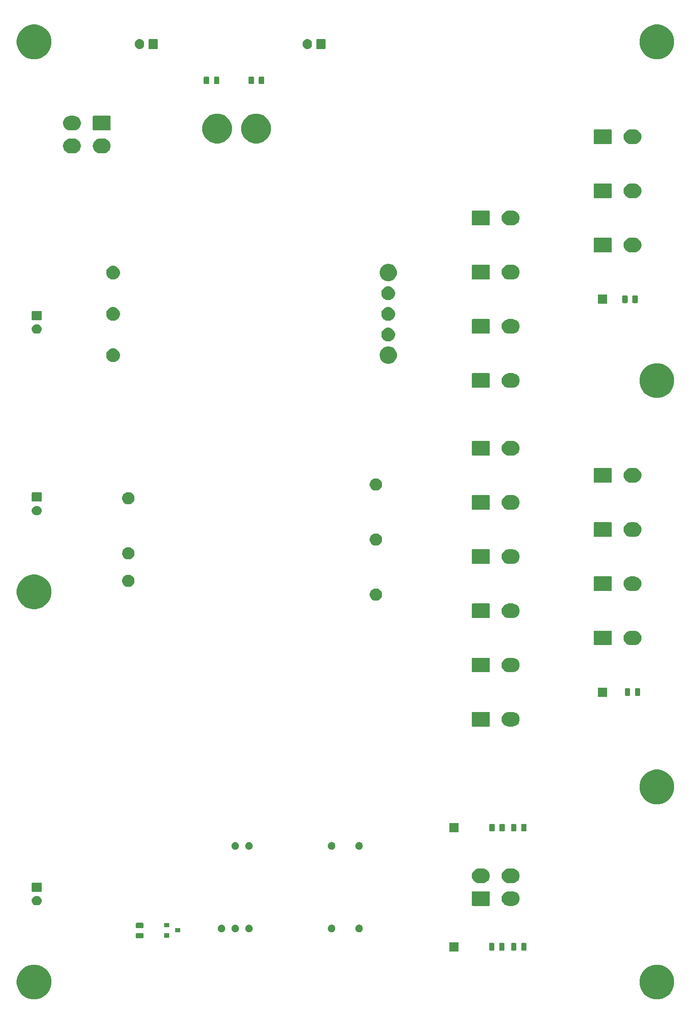
<source format=gbr>
G04 #@! TF.GenerationSoftware,KiCad,Pcbnew,(5.0.2)-1*
G04 #@! TF.CreationDate,2019-05-10T13:14:30+02:00*
G04 #@! TF.ProjectId,logika_main,6c6f6769-6b61-45f6-9d61-696e2e6b6963,rev?*
G04 #@! TF.SameCoordinates,Original*
G04 #@! TF.FileFunction,Soldermask,Top*
G04 #@! TF.FilePolarity,Negative*
%FSLAX46Y46*%
G04 Gerber Fmt 4.6, Leading zero omitted, Abs format (unit mm)*
G04 Created by KiCad (PCBNEW (5.0.2)-1) date 10.05.2019 13:14:30*
%MOMM*%
%LPD*%
G01*
G04 APERTURE LIST*
%ADD10C,0.100000*%
G04 APERTURE END LIST*
D10*
G36*
X139427405Y-188818974D02*
X140009767Y-189060196D01*
X140533884Y-189410400D01*
X140979600Y-189856116D01*
X141329804Y-190380233D01*
X141571026Y-190962595D01*
X141694000Y-191580826D01*
X141694000Y-192211174D01*
X141571026Y-192829405D01*
X141329804Y-193411767D01*
X140979600Y-193935884D01*
X140533884Y-194381600D01*
X140009767Y-194731804D01*
X139427405Y-194973026D01*
X138809174Y-195096000D01*
X138178826Y-195096000D01*
X137560595Y-194973026D01*
X136978233Y-194731804D01*
X136454116Y-194381600D01*
X136008400Y-193935884D01*
X135658196Y-193411767D01*
X135416974Y-192829405D01*
X135294000Y-192211174D01*
X135294000Y-191580826D01*
X135416974Y-190962595D01*
X135658196Y-190380233D01*
X136008400Y-189856116D01*
X136454116Y-189410400D01*
X136978233Y-189060196D01*
X137560595Y-188818974D01*
X138178826Y-188696000D01*
X138809174Y-188696000D01*
X139427405Y-188818974D01*
X139427405Y-188818974D01*
G37*
G36*
X24427405Y-188818974D02*
X25009767Y-189060196D01*
X25533884Y-189410400D01*
X25979600Y-189856116D01*
X26329804Y-190380233D01*
X26571026Y-190962595D01*
X26694000Y-191580826D01*
X26694000Y-192211174D01*
X26571026Y-192829405D01*
X26329804Y-193411767D01*
X25979600Y-193935884D01*
X25533884Y-194381600D01*
X25009767Y-194731804D01*
X24427405Y-194973026D01*
X23809174Y-195096000D01*
X23178826Y-195096000D01*
X22560595Y-194973026D01*
X21978233Y-194731804D01*
X21454116Y-194381600D01*
X21008400Y-193935884D01*
X20658196Y-193411767D01*
X20416974Y-192829405D01*
X20294000Y-192211174D01*
X20294000Y-191580826D01*
X20416974Y-190962595D01*
X20658196Y-190380233D01*
X21008400Y-189856116D01*
X21454116Y-189410400D01*
X21978233Y-189060196D01*
X22560595Y-188818974D01*
X23178826Y-188696000D01*
X23809174Y-188696000D01*
X24427405Y-188818974D01*
X24427405Y-188818974D01*
G37*
G36*
X101844000Y-186246000D02*
X100144000Y-186246000D01*
X100144000Y-184546000D01*
X101844000Y-184546000D01*
X101844000Y-186246000D01*
X101844000Y-186246000D01*
G37*
G36*
X112397992Y-184700076D02*
X112431883Y-184710357D01*
X112463111Y-184727048D01*
X112490485Y-184749515D01*
X112512952Y-184776889D01*
X112529643Y-184808117D01*
X112539924Y-184842008D01*
X112544000Y-184883391D01*
X112544000Y-185908609D01*
X112539924Y-185949992D01*
X112529643Y-185983883D01*
X112512952Y-186015111D01*
X112490485Y-186042485D01*
X112463111Y-186064952D01*
X112431883Y-186081643D01*
X112397992Y-186091924D01*
X112356609Y-186096000D01*
X111756391Y-186096000D01*
X111715008Y-186091924D01*
X111681117Y-186081643D01*
X111649889Y-186064952D01*
X111622515Y-186042485D01*
X111600048Y-186015111D01*
X111583357Y-185983883D01*
X111573076Y-185949992D01*
X111569000Y-185908609D01*
X111569000Y-184883391D01*
X111573076Y-184842008D01*
X111583357Y-184808117D01*
X111600048Y-184776889D01*
X111622515Y-184749515D01*
X111649889Y-184727048D01*
X111681117Y-184710357D01*
X111715008Y-184700076D01*
X111756391Y-184696000D01*
X112356609Y-184696000D01*
X112397992Y-184700076D01*
X112397992Y-184700076D01*
G37*
G36*
X110210492Y-184700076D02*
X110244383Y-184710357D01*
X110275611Y-184727048D01*
X110302985Y-184749515D01*
X110325452Y-184776889D01*
X110342143Y-184808117D01*
X110352424Y-184842008D01*
X110356500Y-184883391D01*
X110356500Y-185908609D01*
X110352424Y-185949992D01*
X110342143Y-185983883D01*
X110325452Y-186015111D01*
X110302985Y-186042485D01*
X110275611Y-186064952D01*
X110244383Y-186081643D01*
X110210492Y-186091924D01*
X110169109Y-186096000D01*
X109568891Y-186096000D01*
X109527508Y-186091924D01*
X109493617Y-186081643D01*
X109462389Y-186064952D01*
X109435015Y-186042485D01*
X109412548Y-186015111D01*
X109395857Y-185983883D01*
X109385576Y-185949992D01*
X109381500Y-185908609D01*
X109381500Y-184883391D01*
X109385576Y-184842008D01*
X109395857Y-184808117D01*
X109412548Y-184776889D01*
X109435015Y-184749515D01*
X109462389Y-184727048D01*
X109493617Y-184710357D01*
X109527508Y-184700076D01*
X109568891Y-184696000D01*
X110169109Y-184696000D01*
X110210492Y-184700076D01*
X110210492Y-184700076D01*
G37*
G36*
X108335492Y-184700076D02*
X108369383Y-184710357D01*
X108400611Y-184727048D01*
X108427985Y-184749515D01*
X108450452Y-184776889D01*
X108467143Y-184808117D01*
X108477424Y-184842008D01*
X108481500Y-184883391D01*
X108481500Y-185908609D01*
X108477424Y-185949992D01*
X108467143Y-185983883D01*
X108450452Y-186015111D01*
X108427985Y-186042485D01*
X108400611Y-186064952D01*
X108369383Y-186081643D01*
X108335492Y-186091924D01*
X108294109Y-186096000D01*
X107693891Y-186096000D01*
X107652508Y-186091924D01*
X107618617Y-186081643D01*
X107587389Y-186064952D01*
X107560015Y-186042485D01*
X107537548Y-186015111D01*
X107520857Y-185983883D01*
X107510576Y-185949992D01*
X107506500Y-185908609D01*
X107506500Y-184883391D01*
X107510576Y-184842008D01*
X107520857Y-184808117D01*
X107537548Y-184776889D01*
X107560015Y-184749515D01*
X107587389Y-184727048D01*
X107618617Y-184710357D01*
X107652508Y-184700076D01*
X107693891Y-184696000D01*
X108294109Y-184696000D01*
X108335492Y-184700076D01*
X108335492Y-184700076D01*
G37*
G36*
X114272992Y-184700076D02*
X114306883Y-184710357D01*
X114338111Y-184727048D01*
X114365485Y-184749515D01*
X114387952Y-184776889D01*
X114404643Y-184808117D01*
X114414924Y-184842008D01*
X114419000Y-184883391D01*
X114419000Y-185908609D01*
X114414924Y-185949992D01*
X114404643Y-185983883D01*
X114387952Y-186015111D01*
X114365485Y-186042485D01*
X114338111Y-186064952D01*
X114306883Y-186081643D01*
X114272992Y-186091924D01*
X114231609Y-186096000D01*
X113631391Y-186096000D01*
X113590008Y-186091924D01*
X113556117Y-186081643D01*
X113524889Y-186064952D01*
X113497515Y-186042485D01*
X113475048Y-186015111D01*
X113458357Y-185983883D01*
X113448076Y-185949992D01*
X113444000Y-185908609D01*
X113444000Y-184883391D01*
X113448076Y-184842008D01*
X113458357Y-184808117D01*
X113475048Y-184776889D01*
X113497515Y-184749515D01*
X113524889Y-184727048D01*
X113556117Y-184710357D01*
X113590008Y-184700076D01*
X113631391Y-184696000D01*
X114231609Y-184696000D01*
X114272992Y-184700076D01*
X114272992Y-184700076D01*
G37*
G36*
X43547992Y-182850076D02*
X43581883Y-182860357D01*
X43613111Y-182877048D01*
X43640485Y-182899515D01*
X43662952Y-182926889D01*
X43679643Y-182958117D01*
X43689924Y-182992008D01*
X43694000Y-183033391D01*
X43694000Y-183633609D01*
X43689924Y-183674992D01*
X43679643Y-183708883D01*
X43662952Y-183740111D01*
X43640485Y-183767485D01*
X43613111Y-183789952D01*
X43581883Y-183806643D01*
X43547992Y-183816924D01*
X43506609Y-183821000D01*
X42481391Y-183821000D01*
X42440008Y-183816924D01*
X42406117Y-183806643D01*
X42374889Y-183789952D01*
X42347515Y-183767485D01*
X42325048Y-183740111D01*
X42308357Y-183708883D01*
X42298076Y-183674992D01*
X42294000Y-183633609D01*
X42294000Y-183033391D01*
X42298076Y-182992008D01*
X42308357Y-182958117D01*
X42325048Y-182926889D01*
X42347515Y-182899515D01*
X42374889Y-182877048D01*
X42406117Y-182860357D01*
X42440008Y-182850076D01*
X42481391Y-182846000D01*
X43506609Y-182846000D01*
X43547992Y-182850076D01*
X43547992Y-182850076D01*
G37*
G36*
X48444000Y-183696000D02*
X47544000Y-183696000D01*
X47544000Y-182896000D01*
X48444000Y-182896000D01*
X48444000Y-183696000D01*
X48444000Y-183696000D01*
G37*
G36*
X50444000Y-182746000D02*
X49544000Y-182746000D01*
X49544000Y-181946000D01*
X50444000Y-181946000D01*
X50444000Y-182746000D01*
X50444000Y-182746000D01*
G37*
G36*
X60838183Y-181342900D02*
X60965574Y-181395668D01*
X61080225Y-181472275D01*
X61177725Y-181569775D01*
X61254332Y-181684426D01*
X61307100Y-181811817D01*
X61334000Y-181947055D01*
X61334000Y-182084945D01*
X61307100Y-182220183D01*
X61254332Y-182347574D01*
X61177725Y-182462225D01*
X61080225Y-182559725D01*
X60965574Y-182636332D01*
X60838183Y-182689100D01*
X60702945Y-182716000D01*
X60565055Y-182716000D01*
X60429817Y-182689100D01*
X60302426Y-182636332D01*
X60187775Y-182559725D01*
X60090275Y-182462225D01*
X60013668Y-182347574D01*
X59960900Y-182220183D01*
X59934000Y-182084945D01*
X59934000Y-181947055D01*
X59960900Y-181811817D01*
X60013668Y-181684426D01*
X60090275Y-181569775D01*
X60187775Y-181472275D01*
X60302426Y-181395668D01*
X60429817Y-181342900D01*
X60565055Y-181316000D01*
X60702945Y-181316000D01*
X60838183Y-181342900D01*
X60838183Y-181342900D01*
G37*
G36*
X78638183Y-181342900D02*
X78765574Y-181395668D01*
X78880225Y-181472275D01*
X78977725Y-181569775D01*
X79054332Y-181684426D01*
X79107100Y-181811817D01*
X79134000Y-181947055D01*
X79134000Y-182084945D01*
X79107100Y-182220183D01*
X79054332Y-182347574D01*
X78977725Y-182462225D01*
X78880225Y-182559725D01*
X78765574Y-182636332D01*
X78638183Y-182689100D01*
X78502945Y-182716000D01*
X78365055Y-182716000D01*
X78229817Y-182689100D01*
X78102426Y-182636332D01*
X77987775Y-182559725D01*
X77890275Y-182462225D01*
X77813668Y-182347574D01*
X77760900Y-182220183D01*
X77734000Y-182084945D01*
X77734000Y-181947055D01*
X77760900Y-181811817D01*
X77813668Y-181684426D01*
X77890275Y-181569775D01*
X77987775Y-181472275D01*
X78102426Y-181395668D01*
X78229817Y-181342900D01*
X78365055Y-181316000D01*
X78502945Y-181316000D01*
X78638183Y-181342900D01*
X78638183Y-181342900D01*
G37*
G36*
X83718183Y-181342900D02*
X83845574Y-181395668D01*
X83960225Y-181472275D01*
X84057725Y-181569775D01*
X84134332Y-181684426D01*
X84187100Y-181811817D01*
X84214000Y-181947055D01*
X84214000Y-182084945D01*
X84187100Y-182220183D01*
X84134332Y-182347574D01*
X84057725Y-182462225D01*
X83960225Y-182559725D01*
X83845574Y-182636332D01*
X83718183Y-182689100D01*
X83582945Y-182716000D01*
X83445055Y-182716000D01*
X83309817Y-182689100D01*
X83182426Y-182636332D01*
X83067775Y-182559725D01*
X82970275Y-182462225D01*
X82893668Y-182347574D01*
X82840900Y-182220183D01*
X82814000Y-182084945D01*
X82814000Y-181947055D01*
X82840900Y-181811817D01*
X82893668Y-181684426D01*
X82970275Y-181569775D01*
X83067775Y-181472275D01*
X83182426Y-181395668D01*
X83309817Y-181342900D01*
X83445055Y-181316000D01*
X83582945Y-181316000D01*
X83718183Y-181342900D01*
X83718183Y-181342900D01*
G37*
G36*
X58298183Y-181342900D02*
X58425574Y-181395668D01*
X58540225Y-181472275D01*
X58637725Y-181569775D01*
X58714332Y-181684426D01*
X58767100Y-181811817D01*
X58794000Y-181947055D01*
X58794000Y-182084945D01*
X58767100Y-182220183D01*
X58714332Y-182347574D01*
X58637725Y-182462225D01*
X58540225Y-182559725D01*
X58425574Y-182636332D01*
X58298183Y-182689100D01*
X58162945Y-182716000D01*
X58025055Y-182716000D01*
X57889817Y-182689100D01*
X57762426Y-182636332D01*
X57647775Y-182559725D01*
X57550275Y-182462225D01*
X57473668Y-182347574D01*
X57420900Y-182220183D01*
X57394000Y-182084945D01*
X57394000Y-181947055D01*
X57420900Y-181811817D01*
X57473668Y-181684426D01*
X57550275Y-181569775D01*
X57647775Y-181472275D01*
X57762426Y-181395668D01*
X57889817Y-181342900D01*
X58025055Y-181316000D01*
X58162945Y-181316000D01*
X58298183Y-181342900D01*
X58298183Y-181342900D01*
G37*
G36*
X63378183Y-181342900D02*
X63505574Y-181395668D01*
X63620225Y-181472275D01*
X63717725Y-181569775D01*
X63794332Y-181684426D01*
X63847100Y-181811817D01*
X63874000Y-181947055D01*
X63874000Y-182084945D01*
X63847100Y-182220183D01*
X63794332Y-182347574D01*
X63717725Y-182462225D01*
X63620225Y-182559725D01*
X63505574Y-182636332D01*
X63378183Y-182689100D01*
X63242945Y-182716000D01*
X63105055Y-182716000D01*
X62969817Y-182689100D01*
X62842426Y-182636332D01*
X62727775Y-182559725D01*
X62630275Y-182462225D01*
X62553668Y-182347574D01*
X62500900Y-182220183D01*
X62474000Y-182084945D01*
X62474000Y-181947055D01*
X62500900Y-181811817D01*
X62553668Y-181684426D01*
X62630275Y-181569775D01*
X62727775Y-181472275D01*
X62842426Y-181395668D01*
X62969817Y-181342900D01*
X63105055Y-181316000D01*
X63242945Y-181316000D01*
X63378183Y-181342900D01*
X63378183Y-181342900D01*
G37*
G36*
X43547992Y-180975076D02*
X43581883Y-180985357D01*
X43613111Y-181002048D01*
X43640485Y-181024515D01*
X43662952Y-181051889D01*
X43679643Y-181083117D01*
X43689924Y-181117008D01*
X43694000Y-181158391D01*
X43694000Y-181758609D01*
X43689924Y-181799992D01*
X43679643Y-181833883D01*
X43662952Y-181865111D01*
X43640485Y-181892485D01*
X43613111Y-181914952D01*
X43581883Y-181931643D01*
X43547992Y-181941924D01*
X43506609Y-181946000D01*
X42481391Y-181946000D01*
X42440008Y-181941924D01*
X42406117Y-181931643D01*
X42374889Y-181914952D01*
X42347515Y-181892485D01*
X42325048Y-181865111D01*
X42308357Y-181833883D01*
X42298076Y-181799992D01*
X42294000Y-181758609D01*
X42294000Y-181158391D01*
X42298076Y-181117008D01*
X42308357Y-181083117D01*
X42325048Y-181051889D01*
X42347515Y-181024515D01*
X42374889Y-181002048D01*
X42406117Y-180985357D01*
X42440008Y-180975076D01*
X42481391Y-180971000D01*
X43506609Y-180971000D01*
X43547992Y-180975076D01*
X43547992Y-180975076D01*
G37*
G36*
X48444000Y-181796000D02*
X47544000Y-181796000D01*
X47544000Y-180996000D01*
X48444000Y-180996000D01*
X48444000Y-181796000D01*
X48444000Y-181796000D01*
G37*
G36*
X112058646Y-175165533D02*
X112313122Y-175242728D01*
X112547649Y-175368085D01*
X112753213Y-175536787D01*
X112921915Y-175742351D01*
X113047272Y-175976878D01*
X113124467Y-176231354D01*
X113150532Y-176496000D01*
X113124467Y-176760646D01*
X113047272Y-177015122D01*
X112921915Y-177249649D01*
X112753213Y-177455213D01*
X112547649Y-177623915D01*
X112313122Y-177749272D01*
X112058646Y-177826467D01*
X111860321Y-177846000D01*
X111127679Y-177846000D01*
X110929354Y-177826467D01*
X110674878Y-177749272D01*
X110440351Y-177623915D01*
X110234787Y-177455213D01*
X110066085Y-177249649D01*
X109940728Y-177015122D01*
X109863533Y-176760646D01*
X109837468Y-176496000D01*
X109863533Y-176231354D01*
X109940728Y-175976878D01*
X110066085Y-175742351D01*
X110234787Y-175536787D01*
X110440351Y-175368085D01*
X110674878Y-175242728D01*
X110929354Y-175165533D01*
X111127679Y-175146000D01*
X111860321Y-175146000D01*
X112058646Y-175165533D01*
X112058646Y-175165533D01*
G37*
G36*
X107524637Y-175149439D02*
X107552313Y-175157835D01*
X107577821Y-175171470D01*
X107600181Y-175189819D01*
X107618530Y-175212179D01*
X107632165Y-175237687D01*
X107640561Y-175265363D01*
X107644000Y-175300287D01*
X107644000Y-177691713D01*
X107640561Y-177726637D01*
X107632165Y-177754313D01*
X107618530Y-177779821D01*
X107600181Y-177802181D01*
X107577821Y-177820530D01*
X107552313Y-177834165D01*
X107524637Y-177842561D01*
X107489713Y-177846000D01*
X104498287Y-177846000D01*
X104463363Y-177842561D01*
X104435687Y-177834165D01*
X104410179Y-177820530D01*
X104387819Y-177802181D01*
X104369470Y-177779821D01*
X104355835Y-177754313D01*
X104347439Y-177726637D01*
X104344000Y-177691713D01*
X104344000Y-175300287D01*
X104347439Y-175265363D01*
X104355835Y-175237687D01*
X104369470Y-175212179D01*
X104387819Y-175189819D01*
X104410179Y-175171470D01*
X104435687Y-175157835D01*
X104463363Y-175149439D01*
X104498287Y-175146000D01*
X107489713Y-175146000D01*
X107524637Y-175149439D01*
X107524637Y-175149439D01*
G37*
G36*
X24235630Y-176058299D02*
X24395855Y-176106903D01*
X24543520Y-176185831D01*
X24672949Y-176292051D01*
X24779169Y-176421480D01*
X24858097Y-176569145D01*
X24906701Y-176729370D01*
X24923112Y-176896000D01*
X24906701Y-177062630D01*
X24858097Y-177222855D01*
X24779169Y-177370520D01*
X24672949Y-177499949D01*
X24543520Y-177606169D01*
X24395855Y-177685097D01*
X24235630Y-177733701D01*
X24110752Y-177746000D01*
X23877248Y-177746000D01*
X23752370Y-177733701D01*
X23592145Y-177685097D01*
X23444480Y-177606169D01*
X23315051Y-177499949D01*
X23208831Y-177370520D01*
X23129903Y-177222855D01*
X23081299Y-177062630D01*
X23064888Y-176896000D01*
X23081299Y-176729370D01*
X23129903Y-176569145D01*
X23208831Y-176421480D01*
X23315051Y-176292051D01*
X23444480Y-176185831D01*
X23592145Y-176106903D01*
X23752370Y-176058299D01*
X23877248Y-176046000D01*
X24110752Y-176046000D01*
X24235630Y-176058299D01*
X24235630Y-176058299D01*
G37*
G36*
X24788675Y-173549701D02*
X24818907Y-173558872D01*
X24846769Y-173573765D01*
X24871192Y-173593808D01*
X24891235Y-173618231D01*
X24906128Y-173646093D01*
X24915299Y-173676325D01*
X24919000Y-173713905D01*
X24919000Y-175078095D01*
X24915299Y-175115675D01*
X24906128Y-175145907D01*
X24891235Y-175173769D01*
X24871192Y-175198192D01*
X24846769Y-175218235D01*
X24818907Y-175233128D01*
X24788675Y-175242299D01*
X24751095Y-175246000D01*
X23236905Y-175246000D01*
X23199325Y-175242299D01*
X23169093Y-175233128D01*
X23141231Y-175218235D01*
X23116808Y-175198192D01*
X23096765Y-175173769D01*
X23081872Y-175145907D01*
X23072701Y-175115675D01*
X23069000Y-175078095D01*
X23069000Y-173713905D01*
X23072701Y-173676325D01*
X23081872Y-173646093D01*
X23096765Y-173618231D01*
X23116808Y-173593808D01*
X23141231Y-173573765D01*
X23169093Y-173558872D01*
X23199325Y-173549701D01*
X23236905Y-173546000D01*
X24751095Y-173546000D01*
X24788675Y-173549701D01*
X24788675Y-173549701D01*
G37*
G36*
X112058646Y-170965533D02*
X112313122Y-171042728D01*
X112547649Y-171168085D01*
X112753213Y-171336787D01*
X112921915Y-171542351D01*
X113047272Y-171776878D01*
X113124467Y-172031354D01*
X113150532Y-172296000D01*
X113124467Y-172560646D01*
X113047272Y-172815122D01*
X112921915Y-173049649D01*
X112753213Y-173255213D01*
X112547649Y-173423915D01*
X112313122Y-173549272D01*
X112058646Y-173626467D01*
X111860321Y-173646000D01*
X111127679Y-173646000D01*
X110929354Y-173626467D01*
X110674878Y-173549272D01*
X110440351Y-173423915D01*
X110234787Y-173255213D01*
X110066085Y-173049649D01*
X109940728Y-172815122D01*
X109863533Y-172560646D01*
X109837468Y-172296000D01*
X109863533Y-172031354D01*
X109940728Y-171776878D01*
X110066085Y-171542351D01*
X110234787Y-171336787D01*
X110440351Y-171168085D01*
X110674878Y-171042728D01*
X110929354Y-170965533D01*
X111127679Y-170946000D01*
X111860321Y-170946000D01*
X112058646Y-170965533D01*
X112058646Y-170965533D01*
G37*
G36*
X106558646Y-170965533D02*
X106813122Y-171042728D01*
X107047649Y-171168085D01*
X107253213Y-171336787D01*
X107421915Y-171542351D01*
X107547272Y-171776878D01*
X107624467Y-172031354D01*
X107650532Y-172296000D01*
X107624467Y-172560646D01*
X107547272Y-172815122D01*
X107421915Y-173049649D01*
X107253213Y-173255213D01*
X107047649Y-173423915D01*
X106813122Y-173549272D01*
X106558646Y-173626467D01*
X106360321Y-173646000D01*
X105627679Y-173646000D01*
X105429354Y-173626467D01*
X105174878Y-173549272D01*
X104940351Y-173423915D01*
X104734787Y-173255213D01*
X104566085Y-173049649D01*
X104440728Y-172815122D01*
X104363533Y-172560646D01*
X104337468Y-172296000D01*
X104363533Y-172031354D01*
X104440728Y-171776878D01*
X104566085Y-171542351D01*
X104734787Y-171336787D01*
X104940351Y-171168085D01*
X105174878Y-171042728D01*
X105429354Y-170965533D01*
X105627679Y-170946000D01*
X106360321Y-170946000D01*
X106558646Y-170965533D01*
X106558646Y-170965533D01*
G37*
G36*
X83718183Y-166102900D02*
X83845574Y-166155668D01*
X83960225Y-166232275D01*
X84057725Y-166329775D01*
X84134332Y-166444426D01*
X84187100Y-166571817D01*
X84214000Y-166707055D01*
X84214000Y-166844945D01*
X84187100Y-166980183D01*
X84134332Y-167107574D01*
X84057725Y-167222225D01*
X83960225Y-167319725D01*
X83845574Y-167396332D01*
X83718183Y-167449100D01*
X83582945Y-167476000D01*
X83445055Y-167476000D01*
X83309817Y-167449100D01*
X83182426Y-167396332D01*
X83067775Y-167319725D01*
X82970275Y-167222225D01*
X82893668Y-167107574D01*
X82840900Y-166980183D01*
X82814000Y-166844945D01*
X82814000Y-166707055D01*
X82840900Y-166571817D01*
X82893668Y-166444426D01*
X82970275Y-166329775D01*
X83067775Y-166232275D01*
X83182426Y-166155668D01*
X83309817Y-166102900D01*
X83445055Y-166076000D01*
X83582945Y-166076000D01*
X83718183Y-166102900D01*
X83718183Y-166102900D01*
G37*
G36*
X78638183Y-166102900D02*
X78765574Y-166155668D01*
X78880225Y-166232275D01*
X78977725Y-166329775D01*
X79054332Y-166444426D01*
X79107100Y-166571817D01*
X79134000Y-166707055D01*
X79134000Y-166844945D01*
X79107100Y-166980183D01*
X79054332Y-167107574D01*
X78977725Y-167222225D01*
X78880225Y-167319725D01*
X78765574Y-167396332D01*
X78638183Y-167449100D01*
X78502945Y-167476000D01*
X78365055Y-167476000D01*
X78229817Y-167449100D01*
X78102426Y-167396332D01*
X77987775Y-167319725D01*
X77890275Y-167222225D01*
X77813668Y-167107574D01*
X77760900Y-166980183D01*
X77734000Y-166844945D01*
X77734000Y-166707055D01*
X77760900Y-166571817D01*
X77813668Y-166444426D01*
X77890275Y-166329775D01*
X77987775Y-166232275D01*
X78102426Y-166155668D01*
X78229817Y-166102900D01*
X78365055Y-166076000D01*
X78502945Y-166076000D01*
X78638183Y-166102900D01*
X78638183Y-166102900D01*
G37*
G36*
X63378183Y-166102900D02*
X63505574Y-166155668D01*
X63620225Y-166232275D01*
X63717725Y-166329775D01*
X63794332Y-166444426D01*
X63847100Y-166571817D01*
X63874000Y-166707055D01*
X63874000Y-166844945D01*
X63847100Y-166980183D01*
X63794332Y-167107574D01*
X63717725Y-167222225D01*
X63620225Y-167319725D01*
X63505574Y-167396332D01*
X63378183Y-167449100D01*
X63242945Y-167476000D01*
X63105055Y-167476000D01*
X62969817Y-167449100D01*
X62842426Y-167396332D01*
X62727775Y-167319725D01*
X62630275Y-167222225D01*
X62553668Y-167107574D01*
X62500900Y-166980183D01*
X62474000Y-166844945D01*
X62474000Y-166707055D01*
X62500900Y-166571817D01*
X62553668Y-166444426D01*
X62630275Y-166329775D01*
X62727775Y-166232275D01*
X62842426Y-166155668D01*
X62969817Y-166102900D01*
X63105055Y-166076000D01*
X63242945Y-166076000D01*
X63378183Y-166102900D01*
X63378183Y-166102900D01*
G37*
G36*
X60838183Y-166102900D02*
X60965574Y-166155668D01*
X61080225Y-166232275D01*
X61177725Y-166329775D01*
X61254332Y-166444426D01*
X61307100Y-166571817D01*
X61334000Y-166707055D01*
X61334000Y-166844945D01*
X61307100Y-166980183D01*
X61254332Y-167107574D01*
X61177725Y-167222225D01*
X61080225Y-167319725D01*
X60965574Y-167396332D01*
X60838183Y-167449100D01*
X60702945Y-167476000D01*
X60565055Y-167476000D01*
X60429817Y-167449100D01*
X60302426Y-167396332D01*
X60187775Y-167319725D01*
X60090275Y-167222225D01*
X60013668Y-167107574D01*
X59960900Y-166980183D01*
X59934000Y-166844945D01*
X59934000Y-166707055D01*
X59960900Y-166571817D01*
X60013668Y-166444426D01*
X60090275Y-166329775D01*
X60187775Y-166232275D01*
X60302426Y-166155668D01*
X60429817Y-166102900D01*
X60565055Y-166076000D01*
X60702945Y-166076000D01*
X60838183Y-166102900D01*
X60838183Y-166102900D01*
G37*
G36*
X101844000Y-164246000D02*
X100144000Y-164246000D01*
X100144000Y-162546000D01*
X101844000Y-162546000D01*
X101844000Y-164246000D01*
X101844000Y-164246000D01*
G37*
G36*
X114272992Y-162700076D02*
X114306883Y-162710357D01*
X114338111Y-162727048D01*
X114365485Y-162749515D01*
X114387952Y-162776889D01*
X114404643Y-162808117D01*
X114414924Y-162842008D01*
X114419000Y-162883391D01*
X114419000Y-163908609D01*
X114414924Y-163949992D01*
X114404643Y-163983883D01*
X114387952Y-164015111D01*
X114365485Y-164042485D01*
X114338111Y-164064952D01*
X114306883Y-164081643D01*
X114272992Y-164091924D01*
X114231609Y-164096000D01*
X113631391Y-164096000D01*
X113590008Y-164091924D01*
X113556117Y-164081643D01*
X113524889Y-164064952D01*
X113497515Y-164042485D01*
X113475048Y-164015111D01*
X113458357Y-163983883D01*
X113448076Y-163949992D01*
X113444000Y-163908609D01*
X113444000Y-162883391D01*
X113448076Y-162842008D01*
X113458357Y-162808117D01*
X113475048Y-162776889D01*
X113497515Y-162749515D01*
X113524889Y-162727048D01*
X113556117Y-162710357D01*
X113590008Y-162700076D01*
X113631391Y-162696000D01*
X114231609Y-162696000D01*
X114272992Y-162700076D01*
X114272992Y-162700076D01*
G37*
G36*
X112397992Y-162700076D02*
X112431883Y-162710357D01*
X112463111Y-162727048D01*
X112490485Y-162749515D01*
X112512952Y-162776889D01*
X112529643Y-162808117D01*
X112539924Y-162842008D01*
X112544000Y-162883391D01*
X112544000Y-163908609D01*
X112539924Y-163949992D01*
X112529643Y-163983883D01*
X112512952Y-164015111D01*
X112490485Y-164042485D01*
X112463111Y-164064952D01*
X112431883Y-164081643D01*
X112397992Y-164091924D01*
X112356609Y-164096000D01*
X111756391Y-164096000D01*
X111715008Y-164091924D01*
X111681117Y-164081643D01*
X111649889Y-164064952D01*
X111622515Y-164042485D01*
X111600048Y-164015111D01*
X111583357Y-163983883D01*
X111573076Y-163949992D01*
X111569000Y-163908609D01*
X111569000Y-162883391D01*
X111573076Y-162842008D01*
X111583357Y-162808117D01*
X111600048Y-162776889D01*
X111622515Y-162749515D01*
X111649889Y-162727048D01*
X111681117Y-162710357D01*
X111715008Y-162700076D01*
X111756391Y-162696000D01*
X112356609Y-162696000D01*
X112397992Y-162700076D01*
X112397992Y-162700076D01*
G37*
G36*
X108397992Y-162700076D02*
X108431883Y-162710357D01*
X108463111Y-162727048D01*
X108490485Y-162749515D01*
X108512952Y-162776889D01*
X108529643Y-162808117D01*
X108539924Y-162842008D01*
X108544000Y-162883391D01*
X108544000Y-163908609D01*
X108539924Y-163949992D01*
X108529643Y-163983883D01*
X108512952Y-164015111D01*
X108490485Y-164042485D01*
X108463111Y-164064952D01*
X108431883Y-164081643D01*
X108397992Y-164091924D01*
X108356609Y-164096000D01*
X107756391Y-164096000D01*
X107715008Y-164091924D01*
X107681117Y-164081643D01*
X107649889Y-164064952D01*
X107622515Y-164042485D01*
X107600048Y-164015111D01*
X107583357Y-163983883D01*
X107573076Y-163949992D01*
X107569000Y-163908609D01*
X107569000Y-162883391D01*
X107573076Y-162842008D01*
X107583357Y-162808117D01*
X107600048Y-162776889D01*
X107622515Y-162749515D01*
X107649889Y-162727048D01*
X107681117Y-162710357D01*
X107715008Y-162700076D01*
X107756391Y-162696000D01*
X108356609Y-162696000D01*
X108397992Y-162700076D01*
X108397992Y-162700076D01*
G37*
G36*
X110272992Y-162700076D02*
X110306883Y-162710357D01*
X110338111Y-162727048D01*
X110365485Y-162749515D01*
X110387952Y-162776889D01*
X110404643Y-162808117D01*
X110414924Y-162842008D01*
X110419000Y-162883391D01*
X110419000Y-163908609D01*
X110414924Y-163949992D01*
X110404643Y-163983883D01*
X110387952Y-164015111D01*
X110365485Y-164042485D01*
X110338111Y-164064952D01*
X110306883Y-164081643D01*
X110272992Y-164091924D01*
X110231609Y-164096000D01*
X109631391Y-164096000D01*
X109590008Y-164091924D01*
X109556117Y-164081643D01*
X109524889Y-164064952D01*
X109497515Y-164042485D01*
X109475048Y-164015111D01*
X109458357Y-163983883D01*
X109448076Y-163949992D01*
X109444000Y-163908609D01*
X109444000Y-162883391D01*
X109448076Y-162842008D01*
X109458357Y-162808117D01*
X109475048Y-162776889D01*
X109497515Y-162749515D01*
X109524889Y-162727048D01*
X109556117Y-162710357D01*
X109590008Y-162700076D01*
X109631391Y-162696000D01*
X110231609Y-162696000D01*
X110272992Y-162700076D01*
X110272992Y-162700076D01*
G37*
G36*
X139427405Y-152818974D02*
X140009767Y-153060196D01*
X140533884Y-153410400D01*
X140979600Y-153856116D01*
X141329804Y-154380233D01*
X141571026Y-154962595D01*
X141694000Y-155580826D01*
X141694000Y-156211174D01*
X141571026Y-156829405D01*
X141329804Y-157411767D01*
X140979600Y-157935884D01*
X140533884Y-158381600D01*
X140009767Y-158731804D01*
X139427405Y-158973026D01*
X138809174Y-159096000D01*
X138178826Y-159096000D01*
X137560595Y-158973026D01*
X136978233Y-158731804D01*
X136454116Y-158381600D01*
X136008400Y-157935884D01*
X135658196Y-157411767D01*
X135416974Y-156829405D01*
X135294000Y-156211174D01*
X135294000Y-155580826D01*
X135416974Y-154962595D01*
X135658196Y-154380233D01*
X136008400Y-153856116D01*
X136454116Y-153410400D01*
X136978233Y-153060196D01*
X137560595Y-152818974D01*
X138178826Y-152696000D01*
X138809174Y-152696000D01*
X139427405Y-152818974D01*
X139427405Y-152818974D01*
G37*
G36*
X107524637Y-142049439D02*
X107552313Y-142057835D01*
X107577821Y-142071470D01*
X107600181Y-142089819D01*
X107618530Y-142112179D01*
X107632165Y-142137687D01*
X107640561Y-142165363D01*
X107644000Y-142200287D01*
X107644000Y-144591713D01*
X107640561Y-144626637D01*
X107632165Y-144654313D01*
X107618530Y-144679821D01*
X107600181Y-144702181D01*
X107577821Y-144720530D01*
X107552313Y-144734165D01*
X107524637Y-144742561D01*
X107489713Y-144746000D01*
X104498287Y-144746000D01*
X104463363Y-144742561D01*
X104435687Y-144734165D01*
X104410179Y-144720530D01*
X104387819Y-144702181D01*
X104369470Y-144679821D01*
X104355835Y-144654313D01*
X104347439Y-144626637D01*
X104344000Y-144591713D01*
X104344000Y-142200287D01*
X104347439Y-142165363D01*
X104355835Y-142137687D01*
X104369470Y-142112179D01*
X104387819Y-142089819D01*
X104410179Y-142071470D01*
X104435687Y-142057835D01*
X104463363Y-142049439D01*
X104498287Y-142046000D01*
X107489713Y-142046000D01*
X107524637Y-142049439D01*
X107524637Y-142049439D01*
G37*
G36*
X112058646Y-142065533D02*
X112313122Y-142142728D01*
X112547649Y-142268085D01*
X112753213Y-142436787D01*
X112921915Y-142642351D01*
X113047272Y-142876878D01*
X113124467Y-143131354D01*
X113150532Y-143396000D01*
X113124467Y-143660646D01*
X113047272Y-143915122D01*
X112921915Y-144149649D01*
X112753213Y-144355213D01*
X112547649Y-144523915D01*
X112313122Y-144649272D01*
X112058646Y-144726467D01*
X111860321Y-144746000D01*
X111127679Y-144746000D01*
X110929354Y-144726467D01*
X110674878Y-144649272D01*
X110440351Y-144523915D01*
X110234787Y-144355213D01*
X110066085Y-144149649D01*
X109940728Y-143915122D01*
X109863533Y-143660646D01*
X109837468Y-143396000D01*
X109863533Y-143131354D01*
X109940728Y-142876878D01*
X110066085Y-142642351D01*
X110234787Y-142436787D01*
X110440351Y-142268085D01*
X110674878Y-142142728D01*
X110929354Y-142065533D01*
X111127679Y-142046000D01*
X111860321Y-142046000D01*
X112058646Y-142065533D01*
X112058646Y-142065533D01*
G37*
G36*
X129344000Y-139246000D02*
X127644000Y-139246000D01*
X127644000Y-137546000D01*
X129344000Y-137546000D01*
X129344000Y-139246000D01*
X129344000Y-139246000D01*
G37*
G36*
X133397992Y-137700076D02*
X133431883Y-137710357D01*
X133463111Y-137727048D01*
X133490485Y-137749515D01*
X133512952Y-137776889D01*
X133529643Y-137808117D01*
X133539924Y-137842008D01*
X133544000Y-137883391D01*
X133544000Y-138908609D01*
X133539924Y-138949992D01*
X133529643Y-138983883D01*
X133512952Y-139015111D01*
X133490485Y-139042485D01*
X133463111Y-139064952D01*
X133431883Y-139081643D01*
X133397992Y-139091924D01*
X133356609Y-139096000D01*
X132756391Y-139096000D01*
X132715008Y-139091924D01*
X132681117Y-139081643D01*
X132649889Y-139064952D01*
X132622515Y-139042485D01*
X132600048Y-139015111D01*
X132583357Y-138983883D01*
X132573076Y-138949992D01*
X132569000Y-138908609D01*
X132569000Y-137883391D01*
X132573076Y-137842008D01*
X132583357Y-137808117D01*
X132600048Y-137776889D01*
X132622515Y-137749515D01*
X132649889Y-137727048D01*
X132681117Y-137710357D01*
X132715008Y-137700076D01*
X132756391Y-137696000D01*
X133356609Y-137696000D01*
X133397992Y-137700076D01*
X133397992Y-137700076D01*
G37*
G36*
X135272992Y-137700076D02*
X135306883Y-137710357D01*
X135338111Y-137727048D01*
X135365485Y-137749515D01*
X135387952Y-137776889D01*
X135404643Y-137808117D01*
X135414924Y-137842008D01*
X135419000Y-137883391D01*
X135419000Y-138908609D01*
X135414924Y-138949992D01*
X135404643Y-138983883D01*
X135387952Y-139015111D01*
X135365485Y-139042485D01*
X135338111Y-139064952D01*
X135306883Y-139081643D01*
X135272992Y-139091924D01*
X135231609Y-139096000D01*
X134631391Y-139096000D01*
X134590008Y-139091924D01*
X134556117Y-139081643D01*
X134524889Y-139064952D01*
X134497515Y-139042485D01*
X134475048Y-139015111D01*
X134458357Y-138983883D01*
X134448076Y-138949992D01*
X134444000Y-138908609D01*
X134444000Y-137883391D01*
X134448076Y-137842008D01*
X134458357Y-137808117D01*
X134475048Y-137776889D01*
X134497515Y-137749515D01*
X134524889Y-137727048D01*
X134556117Y-137710357D01*
X134590008Y-137700076D01*
X134631391Y-137696000D01*
X135231609Y-137696000D01*
X135272992Y-137700076D01*
X135272992Y-137700076D01*
G37*
G36*
X107524637Y-132049439D02*
X107552313Y-132057835D01*
X107577821Y-132071470D01*
X107600181Y-132089819D01*
X107618530Y-132112179D01*
X107632165Y-132137687D01*
X107640561Y-132165363D01*
X107644000Y-132200287D01*
X107644000Y-134591713D01*
X107640561Y-134626637D01*
X107632165Y-134654313D01*
X107618530Y-134679821D01*
X107600181Y-134702181D01*
X107577821Y-134720530D01*
X107552313Y-134734165D01*
X107524637Y-134742561D01*
X107489713Y-134746000D01*
X104498287Y-134746000D01*
X104463363Y-134742561D01*
X104435687Y-134734165D01*
X104410179Y-134720530D01*
X104387819Y-134702181D01*
X104369470Y-134679821D01*
X104355835Y-134654313D01*
X104347439Y-134626637D01*
X104344000Y-134591713D01*
X104344000Y-132200287D01*
X104347439Y-132165363D01*
X104355835Y-132137687D01*
X104369470Y-132112179D01*
X104387819Y-132089819D01*
X104410179Y-132071470D01*
X104435687Y-132057835D01*
X104463363Y-132049439D01*
X104498287Y-132046000D01*
X107489713Y-132046000D01*
X107524637Y-132049439D01*
X107524637Y-132049439D01*
G37*
G36*
X112058646Y-132065533D02*
X112313122Y-132142728D01*
X112547649Y-132268085D01*
X112753213Y-132436787D01*
X112921915Y-132642351D01*
X113047272Y-132876878D01*
X113124467Y-133131354D01*
X113150532Y-133396000D01*
X113124467Y-133660646D01*
X113047272Y-133915122D01*
X112921915Y-134149649D01*
X112753213Y-134355213D01*
X112547649Y-134523915D01*
X112313122Y-134649272D01*
X112058646Y-134726467D01*
X111860321Y-134746000D01*
X111127679Y-134746000D01*
X110929354Y-134726467D01*
X110674878Y-134649272D01*
X110440351Y-134523915D01*
X110234787Y-134355213D01*
X110066085Y-134149649D01*
X109940728Y-133915122D01*
X109863533Y-133660646D01*
X109837468Y-133396000D01*
X109863533Y-133131354D01*
X109940728Y-132876878D01*
X110066085Y-132642351D01*
X110234787Y-132436787D01*
X110440351Y-132268085D01*
X110674878Y-132142728D01*
X110929354Y-132065533D01*
X111127679Y-132046000D01*
X111860321Y-132046000D01*
X112058646Y-132065533D01*
X112058646Y-132065533D01*
G37*
G36*
X130024637Y-127049439D02*
X130052313Y-127057835D01*
X130077821Y-127071470D01*
X130100181Y-127089819D01*
X130118530Y-127112179D01*
X130132165Y-127137687D01*
X130140561Y-127165363D01*
X130144000Y-127200287D01*
X130144000Y-129591713D01*
X130140561Y-129626637D01*
X130132165Y-129654313D01*
X130118530Y-129679821D01*
X130100181Y-129702181D01*
X130077821Y-129720530D01*
X130052313Y-129734165D01*
X130024637Y-129742561D01*
X129989713Y-129746000D01*
X126998287Y-129746000D01*
X126963363Y-129742561D01*
X126935687Y-129734165D01*
X126910179Y-129720530D01*
X126887819Y-129702181D01*
X126869470Y-129679821D01*
X126855835Y-129654313D01*
X126847439Y-129626637D01*
X126844000Y-129591713D01*
X126844000Y-127200287D01*
X126847439Y-127165363D01*
X126855835Y-127137687D01*
X126869470Y-127112179D01*
X126887819Y-127089819D01*
X126910179Y-127071470D01*
X126935687Y-127057835D01*
X126963363Y-127049439D01*
X126998287Y-127046000D01*
X129989713Y-127046000D01*
X130024637Y-127049439D01*
X130024637Y-127049439D01*
G37*
G36*
X134558646Y-127065533D02*
X134813122Y-127142728D01*
X135047649Y-127268085D01*
X135253213Y-127436787D01*
X135421915Y-127642351D01*
X135547272Y-127876878D01*
X135624467Y-128131354D01*
X135650532Y-128396000D01*
X135624467Y-128660646D01*
X135547272Y-128915122D01*
X135421915Y-129149649D01*
X135253213Y-129355213D01*
X135047649Y-129523915D01*
X134813122Y-129649272D01*
X134558646Y-129726467D01*
X134360321Y-129746000D01*
X133627679Y-129746000D01*
X133429354Y-129726467D01*
X133174878Y-129649272D01*
X132940351Y-129523915D01*
X132734787Y-129355213D01*
X132566085Y-129149649D01*
X132440728Y-128915122D01*
X132363533Y-128660646D01*
X132337468Y-128396000D01*
X132363533Y-128131354D01*
X132440728Y-127876878D01*
X132566085Y-127642351D01*
X132734787Y-127436787D01*
X132940351Y-127268085D01*
X133174878Y-127142728D01*
X133429354Y-127065533D01*
X133627679Y-127046000D01*
X134360321Y-127046000D01*
X134558646Y-127065533D01*
X134558646Y-127065533D01*
G37*
G36*
X107524637Y-122049439D02*
X107552313Y-122057835D01*
X107577821Y-122071470D01*
X107600181Y-122089819D01*
X107618530Y-122112179D01*
X107632165Y-122137687D01*
X107640561Y-122165363D01*
X107644000Y-122200287D01*
X107644000Y-124591713D01*
X107640561Y-124626637D01*
X107632165Y-124654313D01*
X107618530Y-124679821D01*
X107600181Y-124702181D01*
X107577821Y-124720530D01*
X107552313Y-124734165D01*
X107524637Y-124742561D01*
X107489713Y-124746000D01*
X104498287Y-124746000D01*
X104463363Y-124742561D01*
X104435687Y-124734165D01*
X104410179Y-124720530D01*
X104387819Y-124702181D01*
X104369470Y-124679821D01*
X104355835Y-124654313D01*
X104347439Y-124626637D01*
X104344000Y-124591713D01*
X104344000Y-122200287D01*
X104347439Y-122165363D01*
X104355835Y-122137687D01*
X104369470Y-122112179D01*
X104387819Y-122089819D01*
X104410179Y-122071470D01*
X104435687Y-122057835D01*
X104463363Y-122049439D01*
X104498287Y-122046000D01*
X107489713Y-122046000D01*
X107524637Y-122049439D01*
X107524637Y-122049439D01*
G37*
G36*
X112058646Y-122065533D02*
X112313122Y-122142728D01*
X112547649Y-122268085D01*
X112753213Y-122436787D01*
X112921915Y-122642351D01*
X113047272Y-122876878D01*
X113124467Y-123131354D01*
X113150532Y-123396000D01*
X113124467Y-123660646D01*
X113047272Y-123915122D01*
X112921915Y-124149649D01*
X112753213Y-124355213D01*
X112547649Y-124523915D01*
X112313122Y-124649272D01*
X112058646Y-124726467D01*
X111860321Y-124746000D01*
X111127679Y-124746000D01*
X110929354Y-124726467D01*
X110674878Y-124649272D01*
X110440351Y-124523915D01*
X110234787Y-124355213D01*
X110066085Y-124149649D01*
X109940728Y-123915122D01*
X109863533Y-123660646D01*
X109837468Y-123396000D01*
X109863533Y-123131354D01*
X109940728Y-122876878D01*
X110066085Y-122642351D01*
X110234787Y-122436787D01*
X110440351Y-122268085D01*
X110674878Y-122142728D01*
X110929354Y-122065533D01*
X111127679Y-122046000D01*
X111860321Y-122046000D01*
X112058646Y-122065533D01*
X112058646Y-122065533D01*
G37*
G36*
X24427405Y-116818974D02*
X25009767Y-117060196D01*
X25533884Y-117410400D01*
X25979600Y-117856116D01*
X26329804Y-118380233D01*
X26571026Y-118962595D01*
X26694000Y-119580826D01*
X26694000Y-120211174D01*
X26571026Y-120829405D01*
X26329804Y-121411767D01*
X25979600Y-121935884D01*
X25533884Y-122381600D01*
X25009767Y-122731804D01*
X24427405Y-122973026D01*
X23809174Y-123096000D01*
X23178826Y-123096000D01*
X22560595Y-122973026D01*
X21978233Y-122731804D01*
X21454116Y-122381600D01*
X21008400Y-121935884D01*
X20658196Y-121411767D01*
X20416974Y-120829405D01*
X20294000Y-120211174D01*
X20294000Y-119580826D01*
X20416974Y-118962595D01*
X20658196Y-118380233D01*
X21008400Y-117856116D01*
X21454116Y-117410400D01*
X21978233Y-117060196D01*
X22560595Y-116818974D01*
X23178826Y-116696000D01*
X23809174Y-116696000D01*
X24427405Y-116818974D01*
X24427405Y-116818974D01*
G37*
G36*
X86779140Y-119281808D02*
X86942150Y-119314233D01*
X87146887Y-119399038D01*
X87328657Y-119520493D01*
X87331148Y-119522158D01*
X87487842Y-119678852D01*
X87487844Y-119678855D01*
X87610962Y-119863113D01*
X87695767Y-120067850D01*
X87739000Y-120285197D01*
X87739000Y-120506803D01*
X87695767Y-120724150D01*
X87610962Y-120928887D01*
X87610961Y-120928888D01*
X87487842Y-121113148D01*
X87331148Y-121269842D01*
X87331145Y-121269844D01*
X87146887Y-121392962D01*
X86942150Y-121477767D01*
X86779140Y-121510192D01*
X86724804Y-121521000D01*
X86503196Y-121521000D01*
X86448860Y-121510192D01*
X86285850Y-121477767D01*
X86081113Y-121392962D01*
X85896855Y-121269844D01*
X85896852Y-121269842D01*
X85740158Y-121113148D01*
X85617039Y-120928888D01*
X85617038Y-120928887D01*
X85532233Y-120724150D01*
X85489000Y-120506803D01*
X85489000Y-120285197D01*
X85532233Y-120067850D01*
X85617038Y-119863113D01*
X85740156Y-119678855D01*
X85740158Y-119678852D01*
X85896852Y-119522158D01*
X85899343Y-119520493D01*
X86081113Y-119399038D01*
X86285850Y-119314233D01*
X86448860Y-119281808D01*
X86503196Y-119271000D01*
X86724804Y-119271000D01*
X86779140Y-119281808D01*
X86779140Y-119281808D01*
G37*
G36*
X134558646Y-117065533D02*
X134813122Y-117142728D01*
X135047649Y-117268085D01*
X135253213Y-117436787D01*
X135421915Y-117642351D01*
X135547272Y-117876878D01*
X135624467Y-118131354D01*
X135650532Y-118396000D01*
X135624467Y-118660646D01*
X135547272Y-118915122D01*
X135421915Y-119149649D01*
X135253213Y-119355213D01*
X135047649Y-119523915D01*
X134813122Y-119649272D01*
X134558646Y-119726467D01*
X134360321Y-119746000D01*
X133627679Y-119746000D01*
X133429354Y-119726467D01*
X133174878Y-119649272D01*
X132940351Y-119523915D01*
X132734787Y-119355213D01*
X132566085Y-119149649D01*
X132440728Y-118915122D01*
X132363533Y-118660646D01*
X132337468Y-118396000D01*
X132363533Y-118131354D01*
X132440728Y-117876878D01*
X132566085Y-117642351D01*
X132734787Y-117436787D01*
X132940351Y-117268085D01*
X133174878Y-117142728D01*
X133429354Y-117065533D01*
X133627679Y-117046000D01*
X134360321Y-117046000D01*
X134558646Y-117065533D01*
X134558646Y-117065533D01*
G37*
G36*
X130024637Y-117049439D02*
X130052313Y-117057835D01*
X130077821Y-117071470D01*
X130100181Y-117089819D01*
X130118530Y-117112179D01*
X130132165Y-117137687D01*
X130140561Y-117165363D01*
X130144000Y-117200287D01*
X130144000Y-119591713D01*
X130140561Y-119626637D01*
X130132165Y-119654313D01*
X130118530Y-119679821D01*
X130100181Y-119702181D01*
X130077821Y-119720530D01*
X130052313Y-119734165D01*
X130024637Y-119742561D01*
X129989713Y-119746000D01*
X126998287Y-119746000D01*
X126963363Y-119742561D01*
X126935687Y-119734165D01*
X126910179Y-119720530D01*
X126887819Y-119702181D01*
X126869470Y-119679821D01*
X126855835Y-119654313D01*
X126847439Y-119626637D01*
X126844000Y-119591713D01*
X126844000Y-117200287D01*
X126847439Y-117165363D01*
X126855835Y-117137687D01*
X126869470Y-117112179D01*
X126887819Y-117089819D01*
X126910179Y-117071470D01*
X126935687Y-117057835D01*
X126963363Y-117049439D01*
X126998287Y-117046000D01*
X129989713Y-117046000D01*
X130024637Y-117049439D01*
X130024637Y-117049439D01*
G37*
G36*
X41059140Y-116741808D02*
X41222150Y-116774233D01*
X41426887Y-116859038D01*
X41426888Y-116859039D01*
X41611148Y-116982158D01*
X41767842Y-117138852D01*
X41767844Y-117138855D01*
X41890962Y-117323113D01*
X41975767Y-117527850D01*
X42019000Y-117745197D01*
X42019000Y-117966803D01*
X41975767Y-118184150D01*
X41890962Y-118388887D01*
X41890961Y-118388888D01*
X41767842Y-118573148D01*
X41611148Y-118729842D01*
X41611145Y-118729844D01*
X41426887Y-118852962D01*
X41222150Y-118937767D01*
X41059140Y-118970192D01*
X41004804Y-118981000D01*
X40783196Y-118981000D01*
X40728860Y-118970192D01*
X40565850Y-118937767D01*
X40361113Y-118852962D01*
X40176855Y-118729844D01*
X40176852Y-118729842D01*
X40020158Y-118573148D01*
X39897039Y-118388888D01*
X39897038Y-118388887D01*
X39812233Y-118184150D01*
X39769000Y-117966803D01*
X39769000Y-117745197D01*
X39812233Y-117527850D01*
X39897038Y-117323113D01*
X40020156Y-117138855D01*
X40020158Y-117138852D01*
X40176852Y-116982158D01*
X40361112Y-116859039D01*
X40361113Y-116859038D01*
X40565850Y-116774233D01*
X40728860Y-116741808D01*
X40783196Y-116731000D01*
X41004804Y-116731000D01*
X41059140Y-116741808D01*
X41059140Y-116741808D01*
G37*
G36*
X112058646Y-112065533D02*
X112313122Y-112142728D01*
X112547649Y-112268085D01*
X112753213Y-112436787D01*
X112921915Y-112642351D01*
X113047272Y-112876878D01*
X113124467Y-113131354D01*
X113150532Y-113396000D01*
X113124467Y-113660646D01*
X113047272Y-113915122D01*
X112921915Y-114149649D01*
X112753213Y-114355213D01*
X112547649Y-114523915D01*
X112313122Y-114649272D01*
X112058646Y-114726467D01*
X111860321Y-114746000D01*
X111127679Y-114746000D01*
X110929354Y-114726467D01*
X110674878Y-114649272D01*
X110440351Y-114523915D01*
X110234787Y-114355213D01*
X110066085Y-114149649D01*
X109940728Y-113915122D01*
X109863533Y-113660646D01*
X109837468Y-113396000D01*
X109863533Y-113131354D01*
X109940728Y-112876878D01*
X110066085Y-112642351D01*
X110234787Y-112436787D01*
X110440351Y-112268085D01*
X110674878Y-112142728D01*
X110929354Y-112065533D01*
X111127679Y-112046000D01*
X111860321Y-112046000D01*
X112058646Y-112065533D01*
X112058646Y-112065533D01*
G37*
G36*
X107524637Y-112049439D02*
X107552313Y-112057835D01*
X107577821Y-112071470D01*
X107600181Y-112089819D01*
X107618530Y-112112179D01*
X107632165Y-112137687D01*
X107640561Y-112165363D01*
X107644000Y-112200287D01*
X107644000Y-114591713D01*
X107640561Y-114626637D01*
X107632165Y-114654313D01*
X107618530Y-114679821D01*
X107600181Y-114702181D01*
X107577821Y-114720530D01*
X107552313Y-114734165D01*
X107524637Y-114742561D01*
X107489713Y-114746000D01*
X104498287Y-114746000D01*
X104463363Y-114742561D01*
X104435687Y-114734165D01*
X104410179Y-114720530D01*
X104387819Y-114702181D01*
X104369470Y-114679821D01*
X104355835Y-114654313D01*
X104347439Y-114626637D01*
X104344000Y-114591713D01*
X104344000Y-112200287D01*
X104347439Y-112165363D01*
X104355835Y-112137687D01*
X104369470Y-112112179D01*
X104387819Y-112089819D01*
X104410179Y-112071470D01*
X104435687Y-112057835D01*
X104463363Y-112049439D01*
X104498287Y-112046000D01*
X107489713Y-112046000D01*
X107524637Y-112049439D01*
X107524637Y-112049439D01*
G37*
G36*
X41059140Y-111661808D02*
X41222150Y-111694233D01*
X41426887Y-111779038D01*
X41426888Y-111779039D01*
X41611148Y-111902158D01*
X41767842Y-112058852D01*
X41767844Y-112058855D01*
X41890962Y-112243113D01*
X41975767Y-112447850D01*
X42008192Y-112610860D01*
X42014456Y-112642350D01*
X42019000Y-112665197D01*
X42019000Y-112886803D01*
X41975767Y-113104150D01*
X41890962Y-113308887D01*
X41769507Y-113490657D01*
X41767842Y-113493148D01*
X41611148Y-113649842D01*
X41611145Y-113649844D01*
X41426887Y-113772962D01*
X41222150Y-113857767D01*
X41059140Y-113890192D01*
X41004804Y-113901000D01*
X40783196Y-113901000D01*
X40728860Y-113890192D01*
X40565850Y-113857767D01*
X40361113Y-113772962D01*
X40176855Y-113649844D01*
X40176852Y-113649842D01*
X40020158Y-113493148D01*
X40018493Y-113490657D01*
X39897038Y-113308887D01*
X39812233Y-113104150D01*
X39769000Y-112886803D01*
X39769000Y-112665197D01*
X39773545Y-112642350D01*
X39779808Y-112610860D01*
X39812233Y-112447850D01*
X39897038Y-112243113D01*
X40020156Y-112058855D01*
X40020158Y-112058852D01*
X40176852Y-111902158D01*
X40361112Y-111779039D01*
X40361113Y-111779038D01*
X40565850Y-111694233D01*
X40728860Y-111661808D01*
X40783196Y-111651000D01*
X41004804Y-111651000D01*
X41059140Y-111661808D01*
X41059140Y-111661808D01*
G37*
G36*
X86779140Y-109121808D02*
X86942150Y-109154233D01*
X87146887Y-109239038D01*
X87146888Y-109239039D01*
X87331148Y-109362158D01*
X87487842Y-109518852D01*
X87487844Y-109518855D01*
X87610962Y-109703113D01*
X87695767Y-109907850D01*
X87739000Y-110125197D01*
X87739000Y-110346803D01*
X87695767Y-110564150D01*
X87610962Y-110768887D01*
X87610961Y-110768888D01*
X87487842Y-110953148D01*
X87331148Y-111109842D01*
X87331145Y-111109844D01*
X87146887Y-111232962D01*
X86942150Y-111317767D01*
X86779140Y-111350192D01*
X86724804Y-111361000D01*
X86503196Y-111361000D01*
X86448860Y-111350192D01*
X86285850Y-111317767D01*
X86081113Y-111232962D01*
X85896855Y-111109844D01*
X85896852Y-111109842D01*
X85740158Y-110953148D01*
X85617039Y-110768888D01*
X85617038Y-110768887D01*
X85532233Y-110564150D01*
X85489000Y-110346803D01*
X85489000Y-110125197D01*
X85532233Y-109907850D01*
X85617038Y-109703113D01*
X85740156Y-109518855D01*
X85740158Y-109518852D01*
X85896852Y-109362158D01*
X86081112Y-109239039D01*
X86081113Y-109239038D01*
X86285850Y-109154233D01*
X86448860Y-109121808D01*
X86503196Y-109111000D01*
X86724804Y-109111000D01*
X86779140Y-109121808D01*
X86779140Y-109121808D01*
G37*
G36*
X134558646Y-107065533D02*
X134813122Y-107142728D01*
X135047649Y-107268085D01*
X135253213Y-107436787D01*
X135421915Y-107642351D01*
X135547272Y-107876878D01*
X135624467Y-108131354D01*
X135650532Y-108396000D01*
X135624467Y-108660646D01*
X135547272Y-108915122D01*
X135421915Y-109149649D01*
X135253213Y-109355213D01*
X135047649Y-109523915D01*
X134813122Y-109649272D01*
X134558646Y-109726467D01*
X134360321Y-109746000D01*
X133627679Y-109746000D01*
X133429354Y-109726467D01*
X133174878Y-109649272D01*
X132940351Y-109523915D01*
X132734787Y-109355213D01*
X132566085Y-109149649D01*
X132440728Y-108915122D01*
X132363533Y-108660646D01*
X132337468Y-108396000D01*
X132363533Y-108131354D01*
X132440728Y-107876878D01*
X132566085Y-107642351D01*
X132734787Y-107436787D01*
X132940351Y-107268085D01*
X133174878Y-107142728D01*
X133429354Y-107065533D01*
X133627679Y-107046000D01*
X134360321Y-107046000D01*
X134558646Y-107065533D01*
X134558646Y-107065533D01*
G37*
G36*
X130024637Y-107049439D02*
X130052313Y-107057835D01*
X130077821Y-107071470D01*
X130100181Y-107089819D01*
X130118530Y-107112179D01*
X130132165Y-107137687D01*
X130140561Y-107165363D01*
X130144000Y-107200287D01*
X130144000Y-109591713D01*
X130140561Y-109626637D01*
X130132165Y-109654313D01*
X130118530Y-109679821D01*
X130100181Y-109702181D01*
X130077821Y-109720530D01*
X130052313Y-109734165D01*
X130024637Y-109742561D01*
X129989713Y-109746000D01*
X126998287Y-109746000D01*
X126963363Y-109742561D01*
X126935687Y-109734165D01*
X126910179Y-109720530D01*
X126887819Y-109702181D01*
X126869470Y-109679821D01*
X126855835Y-109654313D01*
X126847439Y-109626637D01*
X126844000Y-109591713D01*
X126844000Y-107200287D01*
X126847439Y-107165363D01*
X126855835Y-107137687D01*
X126869470Y-107112179D01*
X126887819Y-107089819D01*
X126910179Y-107071470D01*
X126935687Y-107057835D01*
X126963363Y-107049439D01*
X126998287Y-107046000D01*
X129989713Y-107046000D01*
X130024637Y-107049439D01*
X130024637Y-107049439D01*
G37*
G36*
X24235630Y-104058299D02*
X24395855Y-104106903D01*
X24543520Y-104185831D01*
X24672949Y-104292051D01*
X24779169Y-104421480D01*
X24858097Y-104569145D01*
X24906701Y-104729370D01*
X24923112Y-104896000D01*
X24906701Y-105062630D01*
X24858097Y-105222855D01*
X24779169Y-105370520D01*
X24672949Y-105499949D01*
X24543520Y-105606169D01*
X24395855Y-105685097D01*
X24235630Y-105733701D01*
X24110752Y-105746000D01*
X23877248Y-105746000D01*
X23752370Y-105733701D01*
X23592145Y-105685097D01*
X23444480Y-105606169D01*
X23315051Y-105499949D01*
X23208831Y-105370520D01*
X23129903Y-105222855D01*
X23081299Y-105062630D01*
X23064888Y-104896000D01*
X23081299Y-104729370D01*
X23129903Y-104569145D01*
X23208831Y-104421480D01*
X23315051Y-104292051D01*
X23444480Y-104185831D01*
X23592145Y-104106903D01*
X23752370Y-104058299D01*
X23877248Y-104046000D01*
X24110752Y-104046000D01*
X24235630Y-104058299D01*
X24235630Y-104058299D01*
G37*
G36*
X107524637Y-102049439D02*
X107552313Y-102057835D01*
X107577821Y-102071470D01*
X107600181Y-102089819D01*
X107618530Y-102112179D01*
X107632165Y-102137687D01*
X107640561Y-102165363D01*
X107644000Y-102200287D01*
X107644000Y-104591713D01*
X107640561Y-104626637D01*
X107632165Y-104654313D01*
X107618530Y-104679821D01*
X107600181Y-104702181D01*
X107577821Y-104720530D01*
X107552313Y-104734165D01*
X107524637Y-104742561D01*
X107489713Y-104746000D01*
X104498287Y-104746000D01*
X104463363Y-104742561D01*
X104435687Y-104734165D01*
X104410179Y-104720530D01*
X104387819Y-104702181D01*
X104369470Y-104679821D01*
X104355835Y-104654313D01*
X104347439Y-104626637D01*
X104344000Y-104591713D01*
X104344000Y-102200287D01*
X104347439Y-102165363D01*
X104355835Y-102137687D01*
X104369470Y-102112179D01*
X104387819Y-102089819D01*
X104410179Y-102071470D01*
X104435687Y-102057835D01*
X104463363Y-102049439D01*
X104498287Y-102046000D01*
X107489713Y-102046000D01*
X107524637Y-102049439D01*
X107524637Y-102049439D01*
G37*
G36*
X112058646Y-102065533D02*
X112313122Y-102142728D01*
X112547649Y-102268085D01*
X112753213Y-102436787D01*
X112921915Y-102642351D01*
X113047272Y-102876878D01*
X113124467Y-103131354D01*
X113150532Y-103396000D01*
X113124467Y-103660646D01*
X113047272Y-103915122D01*
X112921915Y-104149649D01*
X112753213Y-104355213D01*
X112547649Y-104523915D01*
X112313122Y-104649272D01*
X112058646Y-104726467D01*
X111860321Y-104746000D01*
X111127679Y-104746000D01*
X110929354Y-104726467D01*
X110674878Y-104649272D01*
X110440351Y-104523915D01*
X110234787Y-104355213D01*
X110066085Y-104149649D01*
X109940728Y-103915122D01*
X109863533Y-103660646D01*
X109837468Y-103396000D01*
X109863533Y-103131354D01*
X109940728Y-102876878D01*
X110066085Y-102642351D01*
X110234787Y-102436787D01*
X110440351Y-102268085D01*
X110674878Y-102142728D01*
X110929354Y-102065533D01*
X111127679Y-102046000D01*
X111860321Y-102046000D01*
X112058646Y-102065533D01*
X112058646Y-102065533D01*
G37*
G36*
X41059140Y-101501808D02*
X41222150Y-101534233D01*
X41426887Y-101619038D01*
X41548547Y-101700329D01*
X41611148Y-101742158D01*
X41767842Y-101898852D01*
X41767844Y-101898855D01*
X41890962Y-102083113D01*
X41975767Y-102287850D01*
X42019000Y-102505197D01*
X42019000Y-102726803D01*
X41975767Y-102944150D01*
X41890962Y-103148887D01*
X41829283Y-103241196D01*
X41767842Y-103333148D01*
X41611148Y-103489842D01*
X41611145Y-103489844D01*
X41426887Y-103612962D01*
X41222150Y-103697767D01*
X41059140Y-103730192D01*
X41004804Y-103741000D01*
X40783196Y-103741000D01*
X40728860Y-103730192D01*
X40565850Y-103697767D01*
X40361113Y-103612962D01*
X40176855Y-103489844D01*
X40176852Y-103489842D01*
X40020158Y-103333148D01*
X39958717Y-103241196D01*
X39897038Y-103148887D01*
X39812233Y-102944150D01*
X39769000Y-102726803D01*
X39769000Y-102505197D01*
X39812233Y-102287850D01*
X39897038Y-102083113D01*
X40020156Y-101898855D01*
X40020158Y-101898852D01*
X40176852Y-101742158D01*
X40239453Y-101700329D01*
X40361113Y-101619038D01*
X40565850Y-101534233D01*
X40728860Y-101501808D01*
X40783196Y-101491000D01*
X41004804Y-101491000D01*
X41059140Y-101501808D01*
X41059140Y-101501808D01*
G37*
G36*
X24788675Y-101549701D02*
X24818907Y-101558872D01*
X24846769Y-101573765D01*
X24871192Y-101593808D01*
X24891235Y-101618231D01*
X24906128Y-101646093D01*
X24915299Y-101676325D01*
X24919000Y-101713905D01*
X24919000Y-103078095D01*
X24915299Y-103115675D01*
X24906128Y-103145907D01*
X24891235Y-103173769D01*
X24871192Y-103198192D01*
X24846769Y-103218235D01*
X24818907Y-103233128D01*
X24788675Y-103242299D01*
X24751095Y-103246000D01*
X23236905Y-103246000D01*
X23199325Y-103242299D01*
X23169093Y-103233128D01*
X23141231Y-103218235D01*
X23116808Y-103198192D01*
X23096765Y-103173769D01*
X23081872Y-103145907D01*
X23072701Y-103115675D01*
X23069000Y-103078095D01*
X23069000Y-101713905D01*
X23072701Y-101676325D01*
X23081872Y-101646093D01*
X23096765Y-101618231D01*
X23116808Y-101593808D01*
X23141231Y-101573765D01*
X23169093Y-101558872D01*
X23199325Y-101549701D01*
X23236905Y-101546000D01*
X24751095Y-101546000D01*
X24788675Y-101549701D01*
X24788675Y-101549701D01*
G37*
G36*
X86779140Y-98961808D02*
X86942150Y-98994233D01*
X87146887Y-99079038D01*
X87328657Y-99200493D01*
X87331148Y-99202158D01*
X87487842Y-99358852D01*
X87487844Y-99358855D01*
X87610962Y-99543113D01*
X87695767Y-99747850D01*
X87739000Y-99965197D01*
X87739000Y-100186803D01*
X87695767Y-100404150D01*
X87610962Y-100608887D01*
X87610961Y-100608888D01*
X87487842Y-100793148D01*
X87331148Y-100949842D01*
X87331145Y-100949844D01*
X87146887Y-101072962D01*
X86942150Y-101157767D01*
X86779140Y-101190192D01*
X86724804Y-101201000D01*
X86503196Y-101201000D01*
X86448860Y-101190192D01*
X86285850Y-101157767D01*
X86081113Y-101072962D01*
X85896855Y-100949844D01*
X85896852Y-100949842D01*
X85740158Y-100793148D01*
X85617039Y-100608888D01*
X85617038Y-100608887D01*
X85532233Y-100404150D01*
X85489000Y-100186803D01*
X85489000Y-99965197D01*
X85532233Y-99747850D01*
X85617038Y-99543113D01*
X85740156Y-99358855D01*
X85740158Y-99358852D01*
X85896852Y-99202158D01*
X85899343Y-99200493D01*
X86081113Y-99079038D01*
X86285850Y-98994233D01*
X86448860Y-98961808D01*
X86503196Y-98951000D01*
X86724804Y-98951000D01*
X86779140Y-98961808D01*
X86779140Y-98961808D01*
G37*
G36*
X134558646Y-97065533D02*
X134813122Y-97142728D01*
X135047649Y-97268085D01*
X135253213Y-97436787D01*
X135421915Y-97642351D01*
X135547272Y-97876878D01*
X135624467Y-98131354D01*
X135650532Y-98396000D01*
X135624467Y-98660646D01*
X135547272Y-98915122D01*
X135421915Y-99149649D01*
X135253213Y-99355213D01*
X135047649Y-99523915D01*
X134813122Y-99649272D01*
X134558646Y-99726467D01*
X134360321Y-99746000D01*
X133627679Y-99746000D01*
X133429354Y-99726467D01*
X133174878Y-99649272D01*
X132940351Y-99523915D01*
X132734787Y-99355213D01*
X132566085Y-99149649D01*
X132440728Y-98915122D01*
X132363533Y-98660646D01*
X132337468Y-98396000D01*
X132363533Y-98131354D01*
X132440728Y-97876878D01*
X132566085Y-97642351D01*
X132734787Y-97436787D01*
X132940351Y-97268085D01*
X133174878Y-97142728D01*
X133429354Y-97065533D01*
X133627679Y-97046000D01*
X134360321Y-97046000D01*
X134558646Y-97065533D01*
X134558646Y-97065533D01*
G37*
G36*
X130024637Y-97049439D02*
X130052313Y-97057835D01*
X130077821Y-97071470D01*
X130100181Y-97089819D01*
X130118530Y-97112179D01*
X130132165Y-97137687D01*
X130140561Y-97165363D01*
X130144000Y-97200287D01*
X130144000Y-99591713D01*
X130140561Y-99626637D01*
X130132165Y-99654313D01*
X130118530Y-99679821D01*
X130100181Y-99702181D01*
X130077821Y-99720530D01*
X130052313Y-99734165D01*
X130024637Y-99742561D01*
X129989713Y-99746000D01*
X126998287Y-99746000D01*
X126963363Y-99742561D01*
X126935687Y-99734165D01*
X126910179Y-99720530D01*
X126887819Y-99702181D01*
X126869470Y-99679821D01*
X126855835Y-99654313D01*
X126847439Y-99626637D01*
X126844000Y-99591713D01*
X126844000Y-97200287D01*
X126847439Y-97165363D01*
X126855835Y-97137687D01*
X126869470Y-97112179D01*
X126887819Y-97089819D01*
X126910179Y-97071470D01*
X126935687Y-97057835D01*
X126963363Y-97049439D01*
X126998287Y-97046000D01*
X129989713Y-97046000D01*
X130024637Y-97049439D01*
X130024637Y-97049439D01*
G37*
G36*
X112058646Y-92065533D02*
X112313122Y-92142728D01*
X112547649Y-92268085D01*
X112753213Y-92436787D01*
X112921915Y-92642351D01*
X113047272Y-92876878D01*
X113124467Y-93131354D01*
X113150532Y-93396000D01*
X113124467Y-93660646D01*
X113047272Y-93915122D01*
X112921915Y-94149649D01*
X112753213Y-94355213D01*
X112547649Y-94523915D01*
X112313122Y-94649272D01*
X112058646Y-94726467D01*
X111860321Y-94746000D01*
X111127679Y-94746000D01*
X110929354Y-94726467D01*
X110674878Y-94649272D01*
X110440351Y-94523915D01*
X110234787Y-94355213D01*
X110066085Y-94149649D01*
X109940728Y-93915122D01*
X109863533Y-93660646D01*
X109837468Y-93396000D01*
X109863533Y-93131354D01*
X109940728Y-92876878D01*
X110066085Y-92642351D01*
X110234787Y-92436787D01*
X110440351Y-92268085D01*
X110674878Y-92142728D01*
X110929354Y-92065533D01*
X111127679Y-92046000D01*
X111860321Y-92046000D01*
X112058646Y-92065533D01*
X112058646Y-92065533D01*
G37*
G36*
X107524637Y-92049439D02*
X107552313Y-92057835D01*
X107577821Y-92071470D01*
X107600181Y-92089819D01*
X107618530Y-92112179D01*
X107632165Y-92137687D01*
X107640561Y-92165363D01*
X107644000Y-92200287D01*
X107644000Y-94591713D01*
X107640561Y-94626637D01*
X107632165Y-94654313D01*
X107618530Y-94679821D01*
X107600181Y-94702181D01*
X107577821Y-94720530D01*
X107552313Y-94734165D01*
X107524637Y-94742561D01*
X107489713Y-94746000D01*
X104498287Y-94746000D01*
X104463363Y-94742561D01*
X104435687Y-94734165D01*
X104410179Y-94720530D01*
X104387819Y-94702181D01*
X104369470Y-94679821D01*
X104355835Y-94654313D01*
X104347439Y-94626637D01*
X104344000Y-94591713D01*
X104344000Y-92200287D01*
X104347439Y-92165363D01*
X104355835Y-92137687D01*
X104369470Y-92112179D01*
X104387819Y-92089819D01*
X104410179Y-92071470D01*
X104435687Y-92057835D01*
X104463363Y-92049439D01*
X104498287Y-92046000D01*
X107489713Y-92046000D01*
X107524637Y-92049439D01*
X107524637Y-92049439D01*
G37*
G36*
X139427405Y-77818974D02*
X140009767Y-78060196D01*
X140533884Y-78410400D01*
X140979600Y-78856116D01*
X141329804Y-79380233D01*
X141571026Y-79962595D01*
X141694000Y-80580826D01*
X141694000Y-81211174D01*
X141571026Y-81829405D01*
X141329804Y-82411767D01*
X140979600Y-82935884D01*
X140533884Y-83381600D01*
X140009767Y-83731804D01*
X139427405Y-83973026D01*
X138809174Y-84096000D01*
X138178826Y-84096000D01*
X137560595Y-83973026D01*
X136978233Y-83731804D01*
X136454116Y-83381600D01*
X136008400Y-82935884D01*
X135658196Y-82411767D01*
X135416974Y-81829405D01*
X135294000Y-81211174D01*
X135294000Y-80580826D01*
X135416974Y-79962595D01*
X135658196Y-79380233D01*
X136008400Y-78856116D01*
X136454116Y-78410400D01*
X136978233Y-78060196D01*
X137560595Y-77818974D01*
X138178826Y-77696000D01*
X138809174Y-77696000D01*
X139427405Y-77818974D01*
X139427405Y-77818974D01*
G37*
G36*
X112058646Y-79565533D02*
X112313122Y-79642728D01*
X112547649Y-79768085D01*
X112753213Y-79936787D01*
X112921915Y-80142351D01*
X113047272Y-80376878D01*
X113124467Y-80631354D01*
X113150532Y-80896000D01*
X113124467Y-81160646D01*
X113047272Y-81415122D01*
X112921915Y-81649649D01*
X112753213Y-81855213D01*
X112547649Y-82023915D01*
X112313122Y-82149272D01*
X112058646Y-82226467D01*
X111860321Y-82246000D01*
X111127679Y-82246000D01*
X110929354Y-82226467D01*
X110674878Y-82149272D01*
X110440351Y-82023915D01*
X110234787Y-81855213D01*
X110066085Y-81649649D01*
X109940728Y-81415122D01*
X109863533Y-81160646D01*
X109837468Y-80896000D01*
X109863533Y-80631354D01*
X109940728Y-80376878D01*
X110066085Y-80142351D01*
X110234787Y-79936787D01*
X110440351Y-79768085D01*
X110674878Y-79642728D01*
X110929354Y-79565533D01*
X111127679Y-79546000D01*
X111860321Y-79546000D01*
X112058646Y-79565533D01*
X112058646Y-79565533D01*
G37*
G36*
X107524637Y-79549439D02*
X107552313Y-79557835D01*
X107577821Y-79571470D01*
X107600181Y-79589819D01*
X107618530Y-79612179D01*
X107632165Y-79637687D01*
X107640561Y-79665363D01*
X107644000Y-79700287D01*
X107644000Y-82091713D01*
X107640561Y-82126637D01*
X107632165Y-82154313D01*
X107618530Y-82179821D01*
X107600181Y-82202181D01*
X107577821Y-82220530D01*
X107552313Y-82234165D01*
X107524637Y-82242561D01*
X107489713Y-82246000D01*
X104498287Y-82246000D01*
X104463363Y-82242561D01*
X104435687Y-82234165D01*
X104410179Y-82220530D01*
X104387819Y-82202181D01*
X104369470Y-82179821D01*
X104355835Y-82154313D01*
X104347439Y-82126637D01*
X104344000Y-82091713D01*
X104344000Y-79700287D01*
X104347439Y-79665363D01*
X104355835Y-79637687D01*
X104369470Y-79612179D01*
X104387819Y-79589819D01*
X104410179Y-79571470D01*
X104435687Y-79557835D01*
X104463363Y-79549439D01*
X104498287Y-79546000D01*
X107489713Y-79546000D01*
X107524637Y-79549439D01*
X107524637Y-79549439D01*
G37*
G36*
X89360703Y-74677486D02*
X89651883Y-74798097D01*
X89913944Y-74973201D01*
X90136799Y-75196056D01*
X90311903Y-75458117D01*
X90432514Y-75749297D01*
X90494000Y-76058412D01*
X90494000Y-76373588D01*
X90432514Y-76682703D01*
X90311903Y-76973883D01*
X90136799Y-77235944D01*
X89913944Y-77458799D01*
X89651883Y-77633903D01*
X89360703Y-77754514D01*
X89051588Y-77816000D01*
X88736412Y-77816000D01*
X88427297Y-77754514D01*
X88136117Y-77633903D01*
X87874056Y-77458799D01*
X87651201Y-77235944D01*
X87476097Y-76973883D01*
X87355486Y-76682703D01*
X87294000Y-76373588D01*
X87294000Y-76058412D01*
X87355486Y-75749297D01*
X87476097Y-75458117D01*
X87651201Y-75196056D01*
X87874056Y-74973201D01*
X88136117Y-74798097D01*
X88427297Y-74677486D01*
X88736412Y-74616000D01*
X89051588Y-74616000D01*
X89360703Y-74677486D01*
X89360703Y-74677486D01*
G37*
G36*
X38341765Y-74970403D02*
X38464445Y-74994805D01*
X38695571Y-75090541D01*
X38903581Y-75229529D01*
X39080471Y-75406419D01*
X39080473Y-75406422D01*
X39219459Y-75614429D01*
X39315195Y-75845555D01*
X39364000Y-76090916D01*
X39364000Y-76341084D01*
X39315195Y-76586445D01*
X39275323Y-76682703D01*
X39219459Y-76817571D01*
X39080471Y-77025581D01*
X38903581Y-77202471D01*
X38903578Y-77202473D01*
X38695571Y-77341459D01*
X38464445Y-77437195D01*
X38341765Y-77461597D01*
X38219086Y-77486000D01*
X37968914Y-77486000D01*
X37846235Y-77461597D01*
X37723555Y-77437195D01*
X37492429Y-77341459D01*
X37284422Y-77202473D01*
X37284419Y-77202471D01*
X37107529Y-77025581D01*
X36968541Y-76817571D01*
X36912677Y-76682703D01*
X36872805Y-76586445D01*
X36824000Y-76341084D01*
X36824000Y-76090916D01*
X36872805Y-75845555D01*
X36968541Y-75614429D01*
X37107527Y-75406422D01*
X37107529Y-75406419D01*
X37284419Y-75229529D01*
X37492429Y-75090541D01*
X37723555Y-74994805D01*
X37846235Y-74970403D01*
X37968914Y-74946000D01*
X38219086Y-74946000D01*
X38341765Y-74970403D01*
X38341765Y-74970403D01*
G37*
G36*
X89141765Y-71160403D02*
X89264445Y-71184805D01*
X89495571Y-71280541D01*
X89703581Y-71419529D01*
X89880471Y-71596419D01*
X89880473Y-71596422D01*
X90019459Y-71804429D01*
X90115195Y-72035555D01*
X90115195Y-72035557D01*
X90156100Y-72241196D01*
X90164000Y-72280916D01*
X90164000Y-72531084D01*
X90115195Y-72776445D01*
X90019459Y-73007571D01*
X89880471Y-73215581D01*
X89703581Y-73392471D01*
X89703578Y-73392473D01*
X89495571Y-73531459D01*
X89264445Y-73627195D01*
X89141764Y-73651598D01*
X89019086Y-73676000D01*
X88768914Y-73676000D01*
X88646236Y-73651598D01*
X88523555Y-73627195D01*
X88292429Y-73531459D01*
X88084422Y-73392473D01*
X88084419Y-73392471D01*
X87907529Y-73215581D01*
X87768541Y-73007571D01*
X87672805Y-72776445D01*
X87624000Y-72531084D01*
X87624000Y-72280916D01*
X87631901Y-72241196D01*
X87672805Y-72035557D01*
X87672805Y-72035555D01*
X87768541Y-71804429D01*
X87907527Y-71596422D01*
X87907529Y-71596419D01*
X88084419Y-71419529D01*
X88292429Y-71280541D01*
X88523555Y-71184805D01*
X88646235Y-71160403D01*
X88768914Y-71136000D01*
X89019086Y-71136000D01*
X89141765Y-71160403D01*
X89141765Y-71160403D01*
G37*
G36*
X112058646Y-69565533D02*
X112313122Y-69642728D01*
X112547649Y-69768085D01*
X112753213Y-69936787D01*
X112921915Y-70142351D01*
X113047272Y-70376878D01*
X113124467Y-70631354D01*
X113150532Y-70896000D01*
X113124467Y-71160646D01*
X113047272Y-71415122D01*
X112921915Y-71649649D01*
X112753213Y-71855213D01*
X112547649Y-72023915D01*
X112313122Y-72149272D01*
X112058646Y-72226467D01*
X111860321Y-72246000D01*
X111127679Y-72246000D01*
X110929354Y-72226467D01*
X110674878Y-72149272D01*
X110440351Y-72023915D01*
X110234787Y-71855213D01*
X110066085Y-71649649D01*
X109940728Y-71415122D01*
X109863533Y-71160646D01*
X109837468Y-70896000D01*
X109863533Y-70631354D01*
X109940728Y-70376878D01*
X110066085Y-70142351D01*
X110234787Y-69936787D01*
X110440351Y-69768085D01*
X110674878Y-69642728D01*
X110929354Y-69565533D01*
X111127679Y-69546000D01*
X111860321Y-69546000D01*
X112058646Y-69565533D01*
X112058646Y-69565533D01*
G37*
G36*
X107524637Y-69549439D02*
X107552313Y-69557835D01*
X107577821Y-69571470D01*
X107600181Y-69589819D01*
X107618530Y-69612179D01*
X107632165Y-69637687D01*
X107640561Y-69665363D01*
X107644000Y-69700287D01*
X107644000Y-72091713D01*
X107640561Y-72126637D01*
X107632165Y-72154313D01*
X107618530Y-72179821D01*
X107600181Y-72202181D01*
X107577821Y-72220530D01*
X107552313Y-72234165D01*
X107524637Y-72242561D01*
X107489713Y-72246000D01*
X104498287Y-72246000D01*
X104463363Y-72242561D01*
X104435687Y-72234165D01*
X104410179Y-72220530D01*
X104387819Y-72202181D01*
X104369470Y-72179821D01*
X104355835Y-72154313D01*
X104347439Y-72126637D01*
X104344000Y-72091713D01*
X104344000Y-69700287D01*
X104347439Y-69665363D01*
X104355835Y-69637687D01*
X104369470Y-69612179D01*
X104387819Y-69589819D01*
X104410179Y-69571470D01*
X104435687Y-69557835D01*
X104463363Y-69549439D01*
X104498287Y-69546000D01*
X107489713Y-69546000D01*
X107524637Y-69549439D01*
X107524637Y-69549439D01*
G37*
G36*
X24235630Y-70558299D02*
X24395855Y-70606903D01*
X24543520Y-70685831D01*
X24672949Y-70792051D01*
X24779169Y-70921480D01*
X24858097Y-71069145D01*
X24906701Y-71229370D01*
X24923112Y-71396000D01*
X24906701Y-71562630D01*
X24858097Y-71722855D01*
X24779169Y-71870520D01*
X24672949Y-71999949D01*
X24543520Y-72106169D01*
X24395855Y-72185097D01*
X24235630Y-72233701D01*
X24110752Y-72246000D01*
X23877248Y-72246000D01*
X23752370Y-72233701D01*
X23592145Y-72185097D01*
X23444480Y-72106169D01*
X23315051Y-71999949D01*
X23208831Y-71870520D01*
X23129903Y-71722855D01*
X23081299Y-71562630D01*
X23064888Y-71396000D01*
X23081299Y-71229370D01*
X23129903Y-71069145D01*
X23208831Y-70921480D01*
X23315051Y-70792051D01*
X23444480Y-70685831D01*
X23592145Y-70606903D01*
X23752370Y-70558299D01*
X23877248Y-70546000D01*
X24110752Y-70546000D01*
X24235630Y-70558299D01*
X24235630Y-70558299D01*
G37*
G36*
X38341764Y-67350402D02*
X38464445Y-67374805D01*
X38695571Y-67470541D01*
X38903581Y-67609529D01*
X39080471Y-67786419D01*
X39080473Y-67786422D01*
X39219459Y-67994429D01*
X39315195Y-68225555D01*
X39364000Y-68470916D01*
X39364000Y-68721084D01*
X39315195Y-68966445D01*
X39219459Y-69197571D01*
X39080471Y-69405581D01*
X38903581Y-69582471D01*
X38903578Y-69582473D01*
X38695571Y-69721459D01*
X38464445Y-69817195D01*
X38341765Y-69841597D01*
X38219086Y-69866000D01*
X37968914Y-69866000D01*
X37846235Y-69841597D01*
X37723555Y-69817195D01*
X37492429Y-69721459D01*
X37284422Y-69582473D01*
X37284419Y-69582471D01*
X37107529Y-69405581D01*
X36968541Y-69197571D01*
X36872805Y-68966445D01*
X36824000Y-68721084D01*
X36824000Y-68470916D01*
X36872805Y-68225555D01*
X36968541Y-67994429D01*
X37107527Y-67786422D01*
X37107529Y-67786419D01*
X37284419Y-67609529D01*
X37492429Y-67470541D01*
X37723555Y-67374805D01*
X37846236Y-67350402D01*
X37968914Y-67326000D01*
X38219086Y-67326000D01*
X38341764Y-67350402D01*
X38341764Y-67350402D01*
G37*
G36*
X89141764Y-67350402D02*
X89264445Y-67374805D01*
X89495571Y-67470541D01*
X89703581Y-67609529D01*
X89880471Y-67786419D01*
X89880473Y-67786422D01*
X90019459Y-67994429D01*
X90115195Y-68225555D01*
X90164000Y-68470916D01*
X90164000Y-68721084D01*
X90115195Y-68966445D01*
X90019459Y-69197571D01*
X89880471Y-69405581D01*
X89703581Y-69582471D01*
X89703578Y-69582473D01*
X89495571Y-69721459D01*
X89264445Y-69817195D01*
X89141765Y-69841597D01*
X89019086Y-69866000D01*
X88768914Y-69866000D01*
X88646235Y-69841597D01*
X88523555Y-69817195D01*
X88292429Y-69721459D01*
X88084422Y-69582473D01*
X88084419Y-69582471D01*
X87907529Y-69405581D01*
X87768541Y-69197571D01*
X87672805Y-68966445D01*
X87624000Y-68721084D01*
X87624000Y-68470916D01*
X87672805Y-68225555D01*
X87768541Y-67994429D01*
X87907527Y-67786422D01*
X87907529Y-67786419D01*
X88084419Y-67609529D01*
X88292429Y-67470541D01*
X88523555Y-67374805D01*
X88646236Y-67350402D01*
X88768914Y-67326000D01*
X89019086Y-67326000D01*
X89141764Y-67350402D01*
X89141764Y-67350402D01*
G37*
G36*
X24788675Y-68049701D02*
X24818907Y-68058872D01*
X24846769Y-68073765D01*
X24871192Y-68093808D01*
X24891235Y-68118231D01*
X24906128Y-68146093D01*
X24915299Y-68176325D01*
X24919000Y-68213905D01*
X24919000Y-69578095D01*
X24915299Y-69615675D01*
X24906128Y-69645907D01*
X24891235Y-69673769D01*
X24871192Y-69698192D01*
X24846769Y-69718235D01*
X24818907Y-69733128D01*
X24788675Y-69742299D01*
X24751095Y-69746000D01*
X23236905Y-69746000D01*
X23199325Y-69742299D01*
X23169093Y-69733128D01*
X23141231Y-69718235D01*
X23116808Y-69698192D01*
X23096765Y-69673769D01*
X23081872Y-69645907D01*
X23072701Y-69615675D01*
X23069000Y-69578095D01*
X23069000Y-68213905D01*
X23072701Y-68176325D01*
X23081872Y-68146093D01*
X23096765Y-68118231D01*
X23116808Y-68093808D01*
X23141231Y-68073765D01*
X23169093Y-68058872D01*
X23199325Y-68049701D01*
X23236905Y-68046000D01*
X24751095Y-68046000D01*
X24788675Y-68049701D01*
X24788675Y-68049701D01*
G37*
G36*
X129344000Y-66746000D02*
X127644000Y-66746000D01*
X127644000Y-65046000D01*
X129344000Y-65046000D01*
X129344000Y-66746000D01*
X129344000Y-66746000D01*
G37*
G36*
X132937992Y-65200076D02*
X132971883Y-65210357D01*
X133003111Y-65227048D01*
X133030485Y-65249515D01*
X133052952Y-65276889D01*
X133069643Y-65308117D01*
X133079924Y-65342008D01*
X133084000Y-65383391D01*
X133084000Y-66408609D01*
X133079924Y-66449992D01*
X133069643Y-66483883D01*
X133052952Y-66515111D01*
X133030485Y-66542485D01*
X133003111Y-66564952D01*
X132971883Y-66581643D01*
X132937992Y-66591924D01*
X132896609Y-66596000D01*
X132296391Y-66596000D01*
X132255008Y-66591924D01*
X132221117Y-66581643D01*
X132189889Y-66564952D01*
X132162515Y-66542485D01*
X132140048Y-66515111D01*
X132123357Y-66483883D01*
X132113076Y-66449992D01*
X132109000Y-66408609D01*
X132109000Y-65383391D01*
X132113076Y-65342008D01*
X132123357Y-65308117D01*
X132140048Y-65276889D01*
X132162515Y-65249515D01*
X132189889Y-65227048D01*
X132221117Y-65210357D01*
X132255008Y-65200076D01*
X132296391Y-65196000D01*
X132896609Y-65196000D01*
X132937992Y-65200076D01*
X132937992Y-65200076D01*
G37*
G36*
X134812992Y-65200076D02*
X134846883Y-65210357D01*
X134878111Y-65227048D01*
X134905485Y-65249515D01*
X134927952Y-65276889D01*
X134944643Y-65308117D01*
X134954924Y-65342008D01*
X134959000Y-65383391D01*
X134959000Y-66408609D01*
X134954924Y-66449992D01*
X134944643Y-66483883D01*
X134927952Y-66515111D01*
X134905485Y-66542485D01*
X134878111Y-66564952D01*
X134846883Y-66581643D01*
X134812992Y-66591924D01*
X134771609Y-66596000D01*
X134171391Y-66596000D01*
X134130008Y-66591924D01*
X134096117Y-66581643D01*
X134064889Y-66564952D01*
X134037515Y-66542485D01*
X134015048Y-66515111D01*
X133998357Y-66483883D01*
X133988076Y-66449992D01*
X133984000Y-66408609D01*
X133984000Y-65383391D01*
X133988076Y-65342008D01*
X133998357Y-65308117D01*
X134015048Y-65276889D01*
X134037515Y-65249515D01*
X134064889Y-65227048D01*
X134096117Y-65210357D01*
X134130008Y-65200076D01*
X134171391Y-65196000D01*
X134771609Y-65196000D01*
X134812992Y-65200076D01*
X134812992Y-65200076D01*
G37*
G36*
X89141764Y-63540402D02*
X89264445Y-63564805D01*
X89495571Y-63660541D01*
X89703581Y-63799529D01*
X89880471Y-63976419D01*
X89880473Y-63976422D01*
X90019459Y-64184429D01*
X90115195Y-64415555D01*
X90164000Y-64660916D01*
X90164000Y-64911084D01*
X90115195Y-65156445D01*
X90052370Y-65308117D01*
X90019459Y-65387571D01*
X89880471Y-65595581D01*
X89703581Y-65772471D01*
X89703578Y-65772473D01*
X89495571Y-65911459D01*
X89264445Y-66007195D01*
X89141765Y-66031597D01*
X89019086Y-66056000D01*
X88768914Y-66056000D01*
X88646235Y-66031597D01*
X88523555Y-66007195D01*
X88292429Y-65911459D01*
X88084422Y-65772473D01*
X88084419Y-65772471D01*
X87907529Y-65595581D01*
X87768541Y-65387571D01*
X87735630Y-65308117D01*
X87672805Y-65156445D01*
X87624000Y-64911084D01*
X87624000Y-64660916D01*
X87672805Y-64415555D01*
X87768541Y-64184429D01*
X87907527Y-63976422D01*
X87907529Y-63976419D01*
X88084419Y-63799529D01*
X88292429Y-63660541D01*
X88523555Y-63564805D01*
X88646236Y-63540402D01*
X88768914Y-63516000D01*
X89019086Y-63516000D01*
X89141764Y-63540402D01*
X89141764Y-63540402D01*
G37*
G36*
X89360703Y-59437486D02*
X89651883Y-59558097D01*
X89913944Y-59733201D01*
X90136799Y-59956056D01*
X90311903Y-60218117D01*
X90432514Y-60509297D01*
X90494000Y-60818412D01*
X90494000Y-61133588D01*
X90432514Y-61442703D01*
X90311903Y-61733883D01*
X90136799Y-61995944D01*
X89913944Y-62218799D01*
X89651883Y-62393903D01*
X89360703Y-62514514D01*
X89051588Y-62576000D01*
X88736412Y-62576000D01*
X88427297Y-62514514D01*
X88136117Y-62393903D01*
X87874056Y-62218799D01*
X87651201Y-61995944D01*
X87476097Y-61733883D01*
X87355486Y-61442703D01*
X87294000Y-61133588D01*
X87294000Y-60818412D01*
X87355486Y-60509297D01*
X87476097Y-60218117D01*
X87651201Y-59956056D01*
X87874056Y-59733201D01*
X88136117Y-59558097D01*
X88427297Y-59437486D01*
X88736412Y-59376000D01*
X89051588Y-59376000D01*
X89360703Y-59437486D01*
X89360703Y-59437486D01*
G37*
G36*
X38341764Y-59730402D02*
X38464445Y-59754805D01*
X38695571Y-59850541D01*
X38903581Y-59989529D01*
X39080471Y-60166419D01*
X39080473Y-60166422D01*
X39219459Y-60374429D01*
X39315195Y-60605555D01*
X39339598Y-60728236D01*
X39364000Y-60850914D01*
X39364000Y-61101086D01*
X39339598Y-61223764D01*
X39315195Y-61346445D01*
X39286747Y-61415124D01*
X39219459Y-61577571D01*
X39080471Y-61785581D01*
X38903581Y-61962471D01*
X38903578Y-61962473D01*
X38695571Y-62101459D01*
X38464445Y-62197195D01*
X38347131Y-62220530D01*
X38219086Y-62246000D01*
X37968914Y-62246000D01*
X37840869Y-62220530D01*
X37723555Y-62197195D01*
X37492429Y-62101459D01*
X37284422Y-61962473D01*
X37284419Y-61962471D01*
X37107529Y-61785581D01*
X36968541Y-61577571D01*
X36901253Y-61415124D01*
X36872805Y-61346445D01*
X36848402Y-61223764D01*
X36824000Y-61101086D01*
X36824000Y-60850914D01*
X36848402Y-60728236D01*
X36872805Y-60605555D01*
X36968541Y-60374429D01*
X37107527Y-60166422D01*
X37107529Y-60166419D01*
X37284419Y-59989529D01*
X37492429Y-59850541D01*
X37723555Y-59754805D01*
X37846236Y-59730402D01*
X37968914Y-59706000D01*
X38219086Y-59706000D01*
X38341764Y-59730402D01*
X38341764Y-59730402D01*
G37*
G36*
X112058646Y-59565533D02*
X112313122Y-59642728D01*
X112547649Y-59768085D01*
X112753213Y-59936787D01*
X112921915Y-60142351D01*
X113047272Y-60376878D01*
X113124467Y-60631354D01*
X113150532Y-60896000D01*
X113124467Y-61160646D01*
X113047272Y-61415122D01*
X112921915Y-61649649D01*
X112753213Y-61855213D01*
X112547649Y-62023915D01*
X112313122Y-62149272D01*
X112058646Y-62226467D01*
X111860321Y-62246000D01*
X111127679Y-62246000D01*
X110929354Y-62226467D01*
X110674878Y-62149272D01*
X110440351Y-62023915D01*
X110234787Y-61855213D01*
X110066085Y-61649649D01*
X109940728Y-61415122D01*
X109863533Y-61160646D01*
X109837468Y-60896000D01*
X109863533Y-60631354D01*
X109940728Y-60376878D01*
X110066085Y-60142351D01*
X110234787Y-59936787D01*
X110440351Y-59768085D01*
X110674878Y-59642728D01*
X110929354Y-59565533D01*
X111127679Y-59546000D01*
X111860321Y-59546000D01*
X112058646Y-59565533D01*
X112058646Y-59565533D01*
G37*
G36*
X107524637Y-59549439D02*
X107552313Y-59557835D01*
X107577821Y-59571470D01*
X107600181Y-59589819D01*
X107618530Y-59612179D01*
X107632165Y-59637687D01*
X107640561Y-59665363D01*
X107644000Y-59700287D01*
X107644000Y-62091713D01*
X107640561Y-62126637D01*
X107632165Y-62154313D01*
X107618530Y-62179821D01*
X107600181Y-62202181D01*
X107577821Y-62220530D01*
X107552313Y-62234165D01*
X107524637Y-62242561D01*
X107489713Y-62246000D01*
X104498287Y-62246000D01*
X104463363Y-62242561D01*
X104435687Y-62234165D01*
X104410179Y-62220530D01*
X104387819Y-62202181D01*
X104369470Y-62179821D01*
X104355835Y-62154313D01*
X104347439Y-62126637D01*
X104344000Y-62091713D01*
X104344000Y-59700287D01*
X104347439Y-59665363D01*
X104355835Y-59637687D01*
X104369470Y-59612179D01*
X104387819Y-59589819D01*
X104410179Y-59571470D01*
X104435687Y-59557835D01*
X104463363Y-59549439D01*
X104498287Y-59546000D01*
X107489713Y-59546000D01*
X107524637Y-59549439D01*
X107524637Y-59549439D01*
G37*
G36*
X130024637Y-54549439D02*
X130052313Y-54557835D01*
X130077821Y-54571470D01*
X130100181Y-54589819D01*
X130118530Y-54612179D01*
X130132165Y-54637687D01*
X130140561Y-54665363D01*
X130144000Y-54700287D01*
X130144000Y-57091713D01*
X130140561Y-57126637D01*
X130132165Y-57154313D01*
X130118530Y-57179821D01*
X130100181Y-57202181D01*
X130077821Y-57220530D01*
X130052313Y-57234165D01*
X130024637Y-57242561D01*
X129989713Y-57246000D01*
X126998287Y-57246000D01*
X126963363Y-57242561D01*
X126935687Y-57234165D01*
X126910179Y-57220530D01*
X126887819Y-57202181D01*
X126869470Y-57179821D01*
X126855835Y-57154313D01*
X126847439Y-57126637D01*
X126844000Y-57091713D01*
X126844000Y-54700287D01*
X126847439Y-54665363D01*
X126855835Y-54637687D01*
X126869470Y-54612179D01*
X126887819Y-54589819D01*
X126910179Y-54571470D01*
X126935687Y-54557835D01*
X126963363Y-54549439D01*
X126998287Y-54546000D01*
X129989713Y-54546000D01*
X130024637Y-54549439D01*
X130024637Y-54549439D01*
G37*
G36*
X134558646Y-54565533D02*
X134813122Y-54642728D01*
X135047649Y-54768085D01*
X135253213Y-54936787D01*
X135421915Y-55142351D01*
X135547272Y-55376878D01*
X135624467Y-55631354D01*
X135650532Y-55896000D01*
X135624467Y-56160646D01*
X135547272Y-56415122D01*
X135421915Y-56649649D01*
X135253213Y-56855213D01*
X135047649Y-57023915D01*
X134813122Y-57149272D01*
X134558646Y-57226467D01*
X134360321Y-57246000D01*
X133627679Y-57246000D01*
X133429354Y-57226467D01*
X133174878Y-57149272D01*
X132940351Y-57023915D01*
X132734787Y-56855213D01*
X132566085Y-56649649D01*
X132440728Y-56415122D01*
X132363533Y-56160646D01*
X132337468Y-55896000D01*
X132363533Y-55631354D01*
X132440728Y-55376878D01*
X132566085Y-55142351D01*
X132734787Y-54936787D01*
X132940351Y-54768085D01*
X133174878Y-54642728D01*
X133429354Y-54565533D01*
X133627679Y-54546000D01*
X134360321Y-54546000D01*
X134558646Y-54565533D01*
X134558646Y-54565533D01*
G37*
G36*
X107524637Y-49549439D02*
X107552313Y-49557835D01*
X107577821Y-49571470D01*
X107600181Y-49589819D01*
X107618530Y-49612179D01*
X107632165Y-49637687D01*
X107640561Y-49665363D01*
X107644000Y-49700287D01*
X107644000Y-52091713D01*
X107640561Y-52126637D01*
X107632165Y-52154313D01*
X107618530Y-52179821D01*
X107600181Y-52202181D01*
X107577821Y-52220530D01*
X107552313Y-52234165D01*
X107524637Y-52242561D01*
X107489713Y-52246000D01*
X104498287Y-52246000D01*
X104463363Y-52242561D01*
X104435687Y-52234165D01*
X104410179Y-52220530D01*
X104387819Y-52202181D01*
X104369470Y-52179821D01*
X104355835Y-52154313D01*
X104347439Y-52126637D01*
X104344000Y-52091713D01*
X104344000Y-49700287D01*
X104347439Y-49665363D01*
X104355835Y-49637687D01*
X104369470Y-49612179D01*
X104387819Y-49589819D01*
X104410179Y-49571470D01*
X104435687Y-49557835D01*
X104463363Y-49549439D01*
X104498287Y-49546000D01*
X107489713Y-49546000D01*
X107524637Y-49549439D01*
X107524637Y-49549439D01*
G37*
G36*
X112058646Y-49565533D02*
X112313122Y-49642728D01*
X112547649Y-49768085D01*
X112753213Y-49936787D01*
X112921915Y-50142351D01*
X113047272Y-50376878D01*
X113124467Y-50631354D01*
X113150532Y-50896000D01*
X113124467Y-51160646D01*
X113047272Y-51415122D01*
X112921915Y-51649649D01*
X112753213Y-51855213D01*
X112547649Y-52023915D01*
X112313122Y-52149272D01*
X112058646Y-52226467D01*
X111860321Y-52246000D01*
X111127679Y-52246000D01*
X110929354Y-52226467D01*
X110674878Y-52149272D01*
X110440351Y-52023915D01*
X110234787Y-51855213D01*
X110066085Y-51649649D01*
X109940728Y-51415122D01*
X109863533Y-51160646D01*
X109837468Y-50896000D01*
X109863533Y-50631354D01*
X109940728Y-50376878D01*
X110066085Y-50142351D01*
X110234787Y-49936787D01*
X110440351Y-49768085D01*
X110674878Y-49642728D01*
X110929354Y-49565533D01*
X111127679Y-49546000D01*
X111860321Y-49546000D01*
X112058646Y-49565533D01*
X112058646Y-49565533D01*
G37*
G36*
X130024637Y-44549439D02*
X130052313Y-44557835D01*
X130077821Y-44571470D01*
X130100181Y-44589819D01*
X130118530Y-44612179D01*
X130132165Y-44637687D01*
X130140561Y-44665363D01*
X130144000Y-44700287D01*
X130144000Y-47091713D01*
X130140561Y-47126637D01*
X130132165Y-47154313D01*
X130118530Y-47179821D01*
X130100181Y-47202181D01*
X130077821Y-47220530D01*
X130052313Y-47234165D01*
X130024637Y-47242561D01*
X129989713Y-47246000D01*
X126998287Y-47246000D01*
X126963363Y-47242561D01*
X126935687Y-47234165D01*
X126910179Y-47220530D01*
X126887819Y-47202181D01*
X126869470Y-47179821D01*
X126855835Y-47154313D01*
X126847439Y-47126637D01*
X126844000Y-47091713D01*
X126844000Y-44700287D01*
X126847439Y-44665363D01*
X126855835Y-44637687D01*
X126869470Y-44612179D01*
X126887819Y-44589819D01*
X126910179Y-44571470D01*
X126935687Y-44557835D01*
X126963363Y-44549439D01*
X126998287Y-44546000D01*
X129989713Y-44546000D01*
X130024637Y-44549439D01*
X130024637Y-44549439D01*
G37*
G36*
X134558646Y-44565533D02*
X134813122Y-44642728D01*
X135047649Y-44768085D01*
X135253213Y-44936787D01*
X135421915Y-45142351D01*
X135547272Y-45376878D01*
X135624467Y-45631354D01*
X135650532Y-45896000D01*
X135624467Y-46160646D01*
X135547272Y-46415122D01*
X135421915Y-46649649D01*
X135253213Y-46855213D01*
X135047649Y-47023915D01*
X134813122Y-47149272D01*
X134558646Y-47226467D01*
X134360321Y-47246000D01*
X133627679Y-47246000D01*
X133429354Y-47226467D01*
X133174878Y-47149272D01*
X132940351Y-47023915D01*
X132734787Y-46855213D01*
X132566085Y-46649649D01*
X132440728Y-46415122D01*
X132363533Y-46160646D01*
X132337468Y-45896000D01*
X132363533Y-45631354D01*
X132440728Y-45376878D01*
X132566085Y-45142351D01*
X132734787Y-44936787D01*
X132940351Y-44768085D01*
X133174878Y-44642728D01*
X133429354Y-44565533D01*
X133627679Y-44546000D01*
X134360321Y-44546000D01*
X134558646Y-44565533D01*
X134558646Y-44565533D01*
G37*
G36*
X36558646Y-36265533D02*
X36813122Y-36342728D01*
X37047649Y-36468085D01*
X37253213Y-36636787D01*
X37421915Y-36842351D01*
X37547272Y-37076878D01*
X37624467Y-37331354D01*
X37650532Y-37596000D01*
X37624467Y-37860646D01*
X37547272Y-38115122D01*
X37421915Y-38349649D01*
X37253213Y-38555213D01*
X37047649Y-38723915D01*
X36813122Y-38849272D01*
X36558646Y-38926467D01*
X36360321Y-38946000D01*
X35627679Y-38946000D01*
X35429354Y-38926467D01*
X35174878Y-38849272D01*
X34940351Y-38723915D01*
X34734787Y-38555213D01*
X34566085Y-38349649D01*
X34440728Y-38115122D01*
X34363533Y-37860646D01*
X34337468Y-37596000D01*
X34363533Y-37331354D01*
X34440728Y-37076878D01*
X34566085Y-36842351D01*
X34734787Y-36636787D01*
X34940351Y-36468085D01*
X35174878Y-36342728D01*
X35429354Y-36265533D01*
X35627679Y-36246000D01*
X36360321Y-36246000D01*
X36558646Y-36265533D01*
X36558646Y-36265533D01*
G37*
G36*
X31058646Y-36265533D02*
X31313122Y-36342728D01*
X31547649Y-36468085D01*
X31753213Y-36636787D01*
X31921915Y-36842351D01*
X32047272Y-37076878D01*
X32124467Y-37331354D01*
X32150532Y-37596000D01*
X32124467Y-37860646D01*
X32047272Y-38115122D01*
X31921915Y-38349649D01*
X31753213Y-38555213D01*
X31547649Y-38723915D01*
X31313122Y-38849272D01*
X31058646Y-38926467D01*
X30860321Y-38946000D01*
X30127679Y-38946000D01*
X29929354Y-38926467D01*
X29674878Y-38849272D01*
X29440351Y-38723915D01*
X29234787Y-38555213D01*
X29066085Y-38349649D01*
X28940728Y-38115122D01*
X28863533Y-37860646D01*
X28837468Y-37596000D01*
X28863533Y-37331354D01*
X28940728Y-37076878D01*
X29066085Y-36842351D01*
X29234787Y-36636787D01*
X29440351Y-36468085D01*
X29674878Y-36342728D01*
X29929354Y-36265533D01*
X30127679Y-36246000D01*
X30860321Y-36246000D01*
X31058646Y-36265533D01*
X31058646Y-36265533D01*
G37*
G36*
X134558646Y-34565533D02*
X134813122Y-34642728D01*
X135047649Y-34768085D01*
X135253213Y-34936787D01*
X135421915Y-35142351D01*
X135547272Y-35376878D01*
X135624467Y-35631354D01*
X135650532Y-35896000D01*
X135624467Y-36160646D01*
X135547272Y-36415122D01*
X135421915Y-36649649D01*
X135253213Y-36855213D01*
X135047649Y-37023915D01*
X134813122Y-37149272D01*
X134558646Y-37226467D01*
X134360321Y-37246000D01*
X133627679Y-37246000D01*
X133429354Y-37226467D01*
X133174878Y-37149272D01*
X132940351Y-37023915D01*
X132734787Y-36855213D01*
X132566085Y-36649649D01*
X132440728Y-36415122D01*
X132363533Y-36160646D01*
X132337468Y-35896000D01*
X132363533Y-35631354D01*
X132440728Y-35376878D01*
X132566085Y-35142351D01*
X132734787Y-34936787D01*
X132940351Y-34768085D01*
X133174878Y-34642728D01*
X133429354Y-34565533D01*
X133627679Y-34546000D01*
X134360321Y-34546000D01*
X134558646Y-34565533D01*
X134558646Y-34565533D01*
G37*
G36*
X130024637Y-34549439D02*
X130052313Y-34557835D01*
X130077821Y-34571470D01*
X130100181Y-34589819D01*
X130118530Y-34612179D01*
X130132165Y-34637687D01*
X130140561Y-34665363D01*
X130144000Y-34700287D01*
X130144000Y-37091713D01*
X130140561Y-37126637D01*
X130132165Y-37154313D01*
X130118530Y-37179821D01*
X130100181Y-37202181D01*
X130077821Y-37220530D01*
X130052313Y-37234165D01*
X130024637Y-37242561D01*
X129989713Y-37246000D01*
X126998287Y-37246000D01*
X126963363Y-37242561D01*
X126935687Y-37234165D01*
X126910179Y-37220530D01*
X126887819Y-37202181D01*
X126869470Y-37179821D01*
X126855835Y-37154313D01*
X126847439Y-37126637D01*
X126844000Y-37091713D01*
X126844000Y-34700287D01*
X126847439Y-34665363D01*
X126855835Y-34637687D01*
X126869470Y-34612179D01*
X126887819Y-34589819D01*
X126910179Y-34571470D01*
X126935687Y-34557835D01*
X126963363Y-34549439D01*
X126998287Y-34546000D01*
X129989713Y-34546000D01*
X130024637Y-34549439D01*
X130024637Y-34549439D01*
G37*
G36*
X58096145Y-31751681D02*
X58596612Y-31958981D01*
X59047026Y-32259938D01*
X59430062Y-32642974D01*
X59731019Y-33093388D01*
X59938319Y-33593855D01*
X60044000Y-34125147D01*
X60044000Y-34666853D01*
X59938319Y-35198145D01*
X59731019Y-35698612D01*
X59430062Y-36149026D01*
X59047026Y-36532062D01*
X58596612Y-36833019D01*
X58096145Y-37040319D01*
X57564853Y-37146000D01*
X57023147Y-37146000D01*
X56491855Y-37040319D01*
X55991388Y-36833019D01*
X55540974Y-36532062D01*
X55157938Y-36149026D01*
X54856981Y-35698612D01*
X54649681Y-35198145D01*
X54544000Y-34666853D01*
X54544000Y-34125147D01*
X54649681Y-33593855D01*
X54856981Y-33093388D01*
X55157938Y-32642974D01*
X55540974Y-32259938D01*
X55991388Y-31958981D01*
X56491855Y-31751681D01*
X57023147Y-31646000D01*
X57564853Y-31646000D01*
X58096145Y-31751681D01*
X58096145Y-31751681D01*
G37*
G36*
X65296145Y-31751681D02*
X65796612Y-31958981D01*
X66247026Y-32259938D01*
X66630062Y-32642974D01*
X66931019Y-33093388D01*
X67138319Y-33593855D01*
X67244000Y-34125147D01*
X67244000Y-34666853D01*
X67138319Y-35198145D01*
X66931019Y-35698612D01*
X66630062Y-36149026D01*
X66247026Y-36532062D01*
X65796612Y-36833019D01*
X65296145Y-37040319D01*
X64764853Y-37146000D01*
X64223147Y-37146000D01*
X63691855Y-37040319D01*
X63191388Y-36833019D01*
X62740974Y-36532062D01*
X62357938Y-36149026D01*
X62056981Y-35698612D01*
X61849681Y-35198145D01*
X61744000Y-34666853D01*
X61744000Y-34125147D01*
X61849681Y-33593855D01*
X62056981Y-33093388D01*
X62357938Y-32642974D01*
X62740974Y-32259938D01*
X63191388Y-31958981D01*
X63691855Y-31751681D01*
X64223147Y-31646000D01*
X64764853Y-31646000D01*
X65296145Y-31751681D01*
X65296145Y-31751681D01*
G37*
G36*
X37524637Y-32049439D02*
X37552313Y-32057835D01*
X37577821Y-32071470D01*
X37600181Y-32089819D01*
X37618530Y-32112179D01*
X37632165Y-32137687D01*
X37640561Y-32165363D01*
X37644000Y-32200287D01*
X37644000Y-34591713D01*
X37640561Y-34626637D01*
X37632165Y-34654313D01*
X37618530Y-34679821D01*
X37600181Y-34702181D01*
X37577821Y-34720530D01*
X37552313Y-34734165D01*
X37524637Y-34742561D01*
X37489713Y-34746000D01*
X34498287Y-34746000D01*
X34463363Y-34742561D01*
X34435687Y-34734165D01*
X34410179Y-34720530D01*
X34387819Y-34702181D01*
X34369470Y-34679821D01*
X34355835Y-34654313D01*
X34347439Y-34626637D01*
X34344000Y-34591713D01*
X34344000Y-32200287D01*
X34347439Y-32165363D01*
X34355835Y-32137687D01*
X34369470Y-32112179D01*
X34387819Y-32089819D01*
X34410179Y-32071470D01*
X34435687Y-32057835D01*
X34463363Y-32049439D01*
X34498287Y-32046000D01*
X37489713Y-32046000D01*
X37524637Y-32049439D01*
X37524637Y-32049439D01*
G37*
G36*
X31058646Y-32065533D02*
X31313122Y-32142728D01*
X31547649Y-32268085D01*
X31753213Y-32436787D01*
X31921915Y-32642351D01*
X32047272Y-32876878D01*
X32124467Y-33131354D01*
X32150532Y-33396000D01*
X32124467Y-33660646D01*
X32047272Y-33915122D01*
X31921915Y-34149649D01*
X31753213Y-34355213D01*
X31547649Y-34523915D01*
X31313122Y-34649272D01*
X31058646Y-34726467D01*
X30860321Y-34746000D01*
X30127679Y-34746000D01*
X29929354Y-34726467D01*
X29674878Y-34649272D01*
X29440351Y-34523915D01*
X29234787Y-34355213D01*
X29066085Y-34149649D01*
X28940728Y-33915122D01*
X28863533Y-33660646D01*
X28837468Y-33396000D01*
X28863533Y-33131354D01*
X28940728Y-32876878D01*
X29066085Y-32642351D01*
X29234787Y-32436787D01*
X29440351Y-32268085D01*
X29674878Y-32142728D01*
X29929354Y-32065533D01*
X30127679Y-32046000D01*
X30860321Y-32046000D01*
X31058646Y-32065533D01*
X31058646Y-32065533D01*
G37*
G36*
X65825492Y-24800076D02*
X65859383Y-24810357D01*
X65890611Y-24827048D01*
X65917985Y-24849515D01*
X65940452Y-24876889D01*
X65957143Y-24908117D01*
X65967424Y-24942008D01*
X65971500Y-24983391D01*
X65971500Y-26008609D01*
X65967424Y-26049992D01*
X65957143Y-26083883D01*
X65940452Y-26115111D01*
X65917985Y-26142485D01*
X65890611Y-26164952D01*
X65859383Y-26181643D01*
X65825492Y-26191924D01*
X65784109Y-26196000D01*
X65183891Y-26196000D01*
X65142508Y-26191924D01*
X65108617Y-26181643D01*
X65077389Y-26164952D01*
X65050015Y-26142485D01*
X65027548Y-26115111D01*
X65010857Y-26083883D01*
X65000576Y-26049992D01*
X64996500Y-26008609D01*
X64996500Y-24983391D01*
X65000576Y-24942008D01*
X65010857Y-24908117D01*
X65027548Y-24876889D01*
X65050015Y-24849515D01*
X65077389Y-24827048D01*
X65108617Y-24810357D01*
X65142508Y-24800076D01*
X65183891Y-24796000D01*
X65784109Y-24796000D01*
X65825492Y-24800076D01*
X65825492Y-24800076D01*
G37*
G36*
X63950492Y-24800076D02*
X63984383Y-24810357D01*
X64015611Y-24827048D01*
X64042985Y-24849515D01*
X64065452Y-24876889D01*
X64082143Y-24908117D01*
X64092424Y-24942008D01*
X64096500Y-24983391D01*
X64096500Y-26008609D01*
X64092424Y-26049992D01*
X64082143Y-26083883D01*
X64065452Y-26115111D01*
X64042985Y-26142485D01*
X64015611Y-26164952D01*
X63984383Y-26181643D01*
X63950492Y-26191924D01*
X63909109Y-26196000D01*
X63308891Y-26196000D01*
X63267508Y-26191924D01*
X63233617Y-26181643D01*
X63202389Y-26164952D01*
X63175015Y-26142485D01*
X63152548Y-26115111D01*
X63135857Y-26083883D01*
X63125576Y-26049992D01*
X63121500Y-26008609D01*
X63121500Y-24983391D01*
X63125576Y-24942008D01*
X63135857Y-24908117D01*
X63152548Y-24876889D01*
X63175015Y-24849515D01*
X63202389Y-24827048D01*
X63233617Y-24810357D01*
X63267508Y-24800076D01*
X63308891Y-24796000D01*
X63909109Y-24796000D01*
X63950492Y-24800076D01*
X63950492Y-24800076D01*
G37*
G36*
X57540492Y-24800076D02*
X57574383Y-24810357D01*
X57605611Y-24827048D01*
X57632985Y-24849515D01*
X57655452Y-24876889D01*
X57672143Y-24908117D01*
X57682424Y-24942008D01*
X57686500Y-24983391D01*
X57686500Y-26008609D01*
X57682424Y-26049992D01*
X57672143Y-26083883D01*
X57655452Y-26115111D01*
X57632985Y-26142485D01*
X57605611Y-26164952D01*
X57574383Y-26181643D01*
X57540492Y-26191924D01*
X57499109Y-26196000D01*
X56898891Y-26196000D01*
X56857508Y-26191924D01*
X56823617Y-26181643D01*
X56792389Y-26164952D01*
X56765015Y-26142485D01*
X56742548Y-26115111D01*
X56725857Y-26083883D01*
X56715576Y-26049992D01*
X56711500Y-26008609D01*
X56711500Y-24983391D01*
X56715576Y-24942008D01*
X56725857Y-24908117D01*
X56742548Y-24876889D01*
X56765015Y-24849515D01*
X56792389Y-24827048D01*
X56823617Y-24810357D01*
X56857508Y-24800076D01*
X56898891Y-24796000D01*
X57499109Y-24796000D01*
X57540492Y-24800076D01*
X57540492Y-24800076D01*
G37*
G36*
X55665492Y-24800076D02*
X55699383Y-24810357D01*
X55730611Y-24827048D01*
X55757985Y-24849515D01*
X55780452Y-24876889D01*
X55797143Y-24908117D01*
X55807424Y-24942008D01*
X55811500Y-24983391D01*
X55811500Y-26008609D01*
X55807424Y-26049992D01*
X55797143Y-26083883D01*
X55780452Y-26115111D01*
X55757985Y-26142485D01*
X55730611Y-26164952D01*
X55699383Y-26181643D01*
X55665492Y-26191924D01*
X55624109Y-26196000D01*
X55023891Y-26196000D01*
X54982508Y-26191924D01*
X54948617Y-26181643D01*
X54917389Y-26164952D01*
X54890015Y-26142485D01*
X54867548Y-26115111D01*
X54850857Y-26083883D01*
X54840576Y-26049992D01*
X54836500Y-26008609D01*
X54836500Y-24983391D01*
X54840576Y-24942008D01*
X54850857Y-24908117D01*
X54867548Y-24876889D01*
X54890015Y-24849515D01*
X54917389Y-24827048D01*
X54948617Y-24810357D01*
X54982508Y-24800076D01*
X55023891Y-24796000D01*
X55624109Y-24796000D01*
X55665492Y-24800076D01*
X55665492Y-24800076D01*
G37*
G36*
X24427405Y-15318974D02*
X25009767Y-15560196D01*
X25533884Y-15910400D01*
X25979600Y-16356116D01*
X26329804Y-16880233D01*
X26571026Y-17462595D01*
X26694000Y-18080826D01*
X26694000Y-18711174D01*
X26571026Y-19329405D01*
X26329804Y-19911767D01*
X25979600Y-20435884D01*
X25533884Y-20881600D01*
X25009767Y-21231804D01*
X24427405Y-21473026D01*
X23809174Y-21596000D01*
X23178826Y-21596000D01*
X22560595Y-21473026D01*
X21978233Y-21231804D01*
X21454116Y-20881600D01*
X21008400Y-20435884D01*
X20658196Y-19911767D01*
X20416974Y-19329405D01*
X20294000Y-18711174D01*
X20294000Y-18080826D01*
X20416974Y-17462595D01*
X20658196Y-16880233D01*
X21008400Y-16356116D01*
X21454116Y-15910400D01*
X21978233Y-15560196D01*
X22560595Y-15318974D01*
X23178826Y-15196000D01*
X23809174Y-15196000D01*
X24427405Y-15318974D01*
X24427405Y-15318974D01*
G37*
G36*
X139427405Y-15318974D02*
X140009767Y-15560196D01*
X140533884Y-15910400D01*
X140979600Y-16356116D01*
X141329804Y-16880233D01*
X141571026Y-17462595D01*
X141694000Y-18080826D01*
X141694000Y-18711174D01*
X141571026Y-19329405D01*
X141329804Y-19911767D01*
X140979600Y-20435884D01*
X140533884Y-20881600D01*
X140009767Y-21231804D01*
X139427405Y-21473026D01*
X138809174Y-21596000D01*
X138178826Y-21596000D01*
X137560595Y-21473026D01*
X136978233Y-21231804D01*
X136454116Y-20881600D01*
X136008400Y-20435884D01*
X135658196Y-19911767D01*
X135416974Y-19329405D01*
X135294000Y-18711174D01*
X135294000Y-18080826D01*
X135416974Y-17462595D01*
X135658196Y-16880233D01*
X136008400Y-16356116D01*
X136454116Y-15910400D01*
X136978233Y-15560196D01*
X137560595Y-15318974D01*
X138178826Y-15196000D01*
X138809174Y-15196000D01*
X139427405Y-15318974D01*
X139427405Y-15318974D01*
G37*
G36*
X43132630Y-17883299D02*
X43292855Y-17931903D01*
X43440520Y-18010831D01*
X43569949Y-18117051D01*
X43676169Y-18246480D01*
X43741215Y-18368174D01*
X43755097Y-18394146D01*
X43803700Y-18554372D01*
X43803701Y-18554376D01*
X43816000Y-18679249D01*
X43816000Y-18912752D01*
X43803701Y-19037630D01*
X43755097Y-19197855D01*
X43676169Y-19345520D01*
X43569949Y-19474949D01*
X43440524Y-19581166D01*
X43386778Y-19609893D01*
X43292854Y-19660097D01*
X43249685Y-19673192D01*
X43132629Y-19708701D01*
X42966000Y-19725112D01*
X42799370Y-19708701D01*
X42639145Y-19660097D01*
X42491480Y-19581169D01*
X42362051Y-19474949D01*
X42255834Y-19345524D01*
X42222747Y-19283622D01*
X42176903Y-19197854D01*
X42163104Y-19152363D01*
X42128299Y-19037629D01*
X42116000Y-18912751D01*
X42116000Y-18679248D01*
X42128299Y-18554370D01*
X42176903Y-18394145D01*
X42255831Y-18246480D01*
X42362048Y-18117054D01*
X42491484Y-18010830D01*
X42639146Y-17931903D01*
X42799371Y-17883299D01*
X42966000Y-17866888D01*
X43132630Y-17883299D01*
X43132630Y-17883299D01*
G37*
G36*
X74120630Y-17883299D02*
X74280855Y-17931903D01*
X74428520Y-18010831D01*
X74557949Y-18117051D01*
X74664169Y-18246480D01*
X74729215Y-18368174D01*
X74743097Y-18394146D01*
X74791700Y-18554372D01*
X74791701Y-18554376D01*
X74804000Y-18679249D01*
X74804000Y-18912752D01*
X74791701Y-19037630D01*
X74743097Y-19197855D01*
X74664169Y-19345520D01*
X74557949Y-19474949D01*
X74428524Y-19581166D01*
X74374778Y-19609893D01*
X74280854Y-19660097D01*
X74237685Y-19673192D01*
X74120629Y-19708701D01*
X73954000Y-19725112D01*
X73787370Y-19708701D01*
X73627145Y-19660097D01*
X73479480Y-19581169D01*
X73350051Y-19474949D01*
X73243834Y-19345524D01*
X73210747Y-19283622D01*
X73164903Y-19197854D01*
X73151104Y-19152363D01*
X73116299Y-19037629D01*
X73104000Y-18912751D01*
X73104000Y-18679248D01*
X73116299Y-18554370D01*
X73164903Y-18394145D01*
X73243831Y-18246480D01*
X73350048Y-18117054D01*
X73479484Y-18010830D01*
X73627146Y-17931903D01*
X73787371Y-17883299D01*
X73954000Y-17866888D01*
X74120630Y-17883299D01*
X74120630Y-17883299D01*
G37*
G36*
X77173675Y-17874701D02*
X77203907Y-17883872D01*
X77231769Y-17898765D01*
X77256192Y-17918808D01*
X77276235Y-17943231D01*
X77291128Y-17971093D01*
X77300299Y-18001325D01*
X77304000Y-18038905D01*
X77304000Y-19553095D01*
X77300299Y-19590675D01*
X77291128Y-19620907D01*
X77276235Y-19648769D01*
X77256192Y-19673192D01*
X77231769Y-19693235D01*
X77203907Y-19708128D01*
X77173675Y-19717299D01*
X77136095Y-19721000D01*
X75771905Y-19721000D01*
X75734325Y-19717299D01*
X75704093Y-19708128D01*
X75676231Y-19693235D01*
X75651808Y-19673192D01*
X75631765Y-19648769D01*
X75616872Y-19620907D01*
X75607701Y-19590675D01*
X75604000Y-19553095D01*
X75604000Y-18038905D01*
X75607701Y-18001325D01*
X75616872Y-17971093D01*
X75631765Y-17943231D01*
X75651808Y-17918808D01*
X75676231Y-17898765D01*
X75704093Y-17883872D01*
X75734325Y-17874701D01*
X75771905Y-17871000D01*
X77136095Y-17871000D01*
X77173675Y-17874701D01*
X77173675Y-17874701D01*
G37*
G36*
X46185675Y-17874701D02*
X46215907Y-17883872D01*
X46243769Y-17898765D01*
X46268192Y-17918808D01*
X46288235Y-17943231D01*
X46303128Y-17971093D01*
X46312299Y-18001325D01*
X46316000Y-18038905D01*
X46316000Y-19553095D01*
X46312299Y-19590675D01*
X46303128Y-19620907D01*
X46288235Y-19648769D01*
X46268192Y-19673192D01*
X46243769Y-19693235D01*
X46215907Y-19708128D01*
X46185675Y-19717299D01*
X46148095Y-19721000D01*
X44783905Y-19721000D01*
X44746325Y-19717299D01*
X44716093Y-19708128D01*
X44688231Y-19693235D01*
X44663808Y-19673192D01*
X44643765Y-19648769D01*
X44628872Y-19620907D01*
X44619701Y-19590675D01*
X44616000Y-19553095D01*
X44616000Y-18038905D01*
X44619701Y-18001325D01*
X44628872Y-17971093D01*
X44643765Y-17943231D01*
X44663808Y-17918808D01*
X44688231Y-17898765D01*
X44716093Y-17883872D01*
X44746325Y-17874701D01*
X44783905Y-17871000D01*
X46148095Y-17871000D01*
X46185675Y-17874701D01*
X46185675Y-17874701D01*
G37*
M02*

</source>
